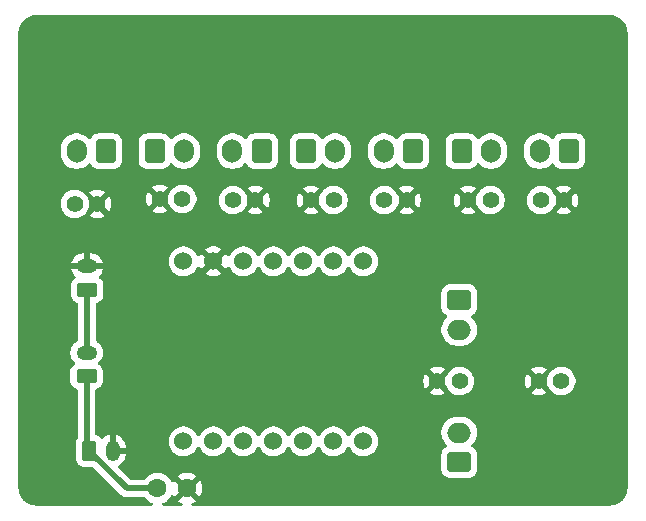
<source format=gbr>
%TF.GenerationSoftware,KiCad,Pcbnew,9.0.2*%
%TF.CreationDate,2025-08-28T12:15:59+10:00*%
%TF.ProjectId,fsr_left,6673725f-6c65-4667-942e-6b696361645f,rev?*%
%TF.SameCoordinates,Original*%
%TF.FileFunction,Copper,L2,Bot*%
%TF.FilePolarity,Positive*%
%FSLAX46Y46*%
G04 Gerber Fmt 4.6, Leading zero omitted, Abs format (unit mm)*
G04 Created by KiCad (PCBNEW 9.0.2) date 2025-08-28 12:15:59*
%MOMM*%
%LPD*%
G01*
G04 APERTURE LIST*
G04 Aperture macros list*
%AMRoundRect*
0 Rectangle with rounded corners*
0 $1 Rounding radius*
0 $2 $3 $4 $5 $6 $7 $8 $9 X,Y pos of 4 corners*
0 Add a 4 corners polygon primitive as box body*
4,1,4,$2,$3,$4,$5,$6,$7,$8,$9,$2,$3,0*
0 Add four circle primitives for the rounded corners*
1,1,$1+$1,$2,$3*
1,1,$1+$1,$4,$5*
1,1,$1+$1,$6,$7*
1,1,$1+$1,$8,$9*
0 Add four rect primitives between the rounded corners*
20,1,$1+$1,$2,$3,$4,$5,0*
20,1,$1+$1,$4,$5,$6,$7,0*
20,1,$1+$1,$6,$7,$8,$9,0*
20,1,$1+$1,$8,$9,$2,$3,0*%
G04 Aperture macros list end*
%TA.AperFunction,ComponentPad*%
%ADD10RoundRect,0.250000X0.600000X0.750000X-0.600000X0.750000X-0.600000X-0.750000X0.600000X-0.750000X0*%
%TD*%
%TA.AperFunction,ComponentPad*%
%ADD11O,1.700000X2.000000*%
%TD*%
%TA.AperFunction,ComponentPad*%
%ADD12C,1.400000*%
%TD*%
%TA.AperFunction,ComponentPad*%
%ADD13C,1.524000*%
%TD*%
%TA.AperFunction,ComponentPad*%
%ADD14RoundRect,0.250000X0.625000X-0.350000X0.625000X0.350000X-0.625000X0.350000X-0.625000X-0.350000X0*%
%TD*%
%TA.AperFunction,ComponentPad*%
%ADD15O,1.750000X1.200000*%
%TD*%
%TA.AperFunction,ComponentPad*%
%ADD16RoundRect,0.250000X-0.350000X-0.625000X0.350000X-0.625000X0.350000X0.625000X-0.350000X0.625000X0*%
%TD*%
%TA.AperFunction,ComponentPad*%
%ADD17O,1.200000X1.750000*%
%TD*%
%TA.AperFunction,ComponentPad*%
%ADD18RoundRect,0.250000X0.750000X-0.600000X0.750000X0.600000X-0.750000X0.600000X-0.750000X-0.600000X0*%
%TD*%
%TA.AperFunction,ComponentPad*%
%ADD19O,2.000000X1.700000*%
%TD*%
%TA.AperFunction,ComponentPad*%
%ADD20C,1.600000*%
%TD*%
%TA.AperFunction,ComponentPad*%
%ADD21RoundRect,0.250000X-0.600000X-0.750000X0.600000X-0.750000X0.600000X0.750000X-0.600000X0.750000X0*%
%TD*%
%TA.AperFunction,ComponentPad*%
%ADD22RoundRect,0.250000X-0.750000X0.600000X-0.750000X-0.600000X0.750000X-0.600000X0.750000X0.600000X0*%
%TD*%
%TA.AperFunction,Conductor*%
%ADD23C,0.500000*%
%TD*%
G04 APERTURE END LIST*
D10*
%TO.P,JMid1,1,Pin_1*%
%TO.N,+3.3V*%
X170850000Y-73145000D03*
D11*
%TO.P,JMid1,2,Pin_2*%
%TO.N,/Mid1*%
X168350000Y-73145000D03*
%TD*%
D10*
%TO.P,JRin1,1,Pin_1*%
%TO.N,+3.3V*%
X158050000Y-73145000D03*
D11*
%TO.P,JRin1,2,Pin_2*%
%TO.N,/Rin1*%
X155550000Y-73145000D03*
%TD*%
D12*
%TO.P,RMid2,1*%
%TO.N,/Mid2*%
X164105000Y-77300000D03*
%TO.P,RMid2,2*%
%TO.N,GND*%
X162205000Y-77300000D03*
%TD*%
D13*
%TO.P,U1,1,PA02_A0_D0*%
%TO.N,/Mid2*%
X151398500Y-97720000D03*
%TO.P,U1,2,PA4_A1_D1*%
%TO.N,/Mid1*%
X153938500Y-97720000D03*
%TO.P,U1,3,PA10_A2_D2*%
%TO.N,/In2*%
X156478500Y-97720000D03*
%TO.P,U1,4,PA11_A3_D3*%
%TO.N,/In1*%
X159018500Y-97720000D03*
%TO.P,U1,5,PA8_A4_D4_SDA*%
%TO.N,/Th2*%
X161558500Y-97720000D03*
%TO.P,U1,6,PA9_A5_D5_SCL*%
%TO.N,/Th1*%
X164098500Y-97720000D03*
%TO.P,U1,7,PB08_A6_TX*%
%TO.N,unconnected-(U1-PB08_A6_TX-Pad7)*%
X166638500Y-97720000D03*
%TO.P,U1,8,PB09_D7_RX*%
%TO.N,unconnected-(U1-PB09_D7_RX-Pad8)_1*%
X166638500Y-82480000D03*
%TO.P,U1,9,PA7_A8_D8_SCK*%
%TO.N,/Rin1*%
X164098500Y-82480000D03*
%TO.P,U1,10,PA5_A9_D9_MISO*%
%TO.N,/Rin2*%
X161558500Y-82480000D03*
%TO.P,U1,11,PA6_A10_D10_MOSI*%
%TO.N,/Pin*%
X159018500Y-82480000D03*
%TO.P,U1,12,3V3*%
%TO.N,+3.3V*%
X156478500Y-82480000D03*
%TO.P,U1,13,GND*%
%TO.N,GND*%
X153938500Y-82480000D03*
%TO.P,U1,14,5V*%
%TO.N,unconnected-(U1-5V-Pad14)_1*%
X151398500Y-82480000D03*
%TD*%
D12*
%TO.P,RRin2,1*%
%TO.N,/Rin2*%
X151305000Y-77200000D03*
%TO.P,RRin2,2*%
%TO.N,GND*%
X149405000Y-77200000D03*
%TD*%
D14*
%TO.P,SW2,1,A*%
%TO.N,Net-(SW2A-A)*%
X143200000Y-92200000D03*
D15*
%TO.P,SW2,2,B*%
%TO.N,Net-(SW2A-B)*%
X143200000Y-90200000D03*
%TD*%
D12*
%TO.P,RMid1,1*%
%TO.N,/Mid1*%
X168395000Y-77300000D03*
%TO.P,RMid1,2*%
%TO.N,GND*%
X170295000Y-77300000D03*
%TD*%
D16*
%TO.P,bat2,1,3.7V*%
%TO.N,Net-(SW2A-A)*%
X143400000Y-98500000D03*
D17*
%TO.P,bat2,2,G*%
%TO.N,GND*%
X145400000Y-98500000D03*
%TD*%
D18*
%TO.P,JTh1,1,Pin_1*%
%TO.N,+3.3V*%
X174745000Y-99470000D03*
D19*
%TO.P,JTh1,2,Pin_2*%
%TO.N,/Th1*%
X174745000Y-96970000D03*
%TD*%
D20*
%TO.P,C2,1*%
%TO.N,Net-(SW2A-A)*%
X149200000Y-101700000D03*
%TO.P,C2,2*%
%TO.N,GND*%
X151700000Y-101700000D03*
%TD*%
D14*
%TO.P,bat4,1,3.7V*%
%TO.N,Net-(SW2A-B)*%
X143250000Y-84900000D03*
D15*
%TO.P,bat4,2,G*%
%TO.N,GND*%
X143250000Y-82900000D03*
%TD*%
D12*
%TO.P,RRin1,1*%
%TO.N,/Rin1*%
X155595000Y-77300000D03*
%TO.P,RRin1,2*%
%TO.N,GND*%
X157495000Y-77300000D03*
%TD*%
%TO.P,RPin1,1*%
%TO.N,/Pin*%
X142195000Y-77600000D03*
%TO.P,RPin1,2*%
%TO.N,GND*%
X144095000Y-77600000D03*
%TD*%
D10*
%TO.P,JIn1,1,Pin_1*%
%TO.N,+3.3V*%
X184050000Y-73145000D03*
D11*
%TO.P,JIn1,2,Pin_2*%
%TO.N,/In1*%
X181550000Y-73145000D03*
%TD*%
D12*
%TO.P,RTh1,1*%
%TO.N,/Th1*%
X174795000Y-92620000D03*
%TO.P,RTh1,2*%
%TO.N,GND*%
X172895000Y-92620000D03*
%TD*%
%TO.P,RTh2,1*%
%TO.N,/Th2*%
X183395000Y-92620000D03*
%TO.P,RTh2,2*%
%TO.N,GND*%
X181495000Y-92620000D03*
%TD*%
%TO.P,RIn2,1*%
%TO.N,/In2*%
X177400000Y-77300000D03*
%TO.P,RIn2,2*%
%TO.N,GND*%
X175500000Y-77300000D03*
%TD*%
%TO.P,RIn1,1*%
%TO.N,/In1*%
X181695000Y-77300000D03*
%TO.P,RIn1,2*%
%TO.N,GND*%
X183595000Y-77300000D03*
%TD*%
D10*
%TO.P,JPin1,1,Pin_1*%
%TO.N,+3.3V*%
X144850000Y-73145000D03*
D11*
%TO.P,JPin1,2,Pin_2*%
%TO.N,/Pin*%
X142350000Y-73145000D03*
%TD*%
D21*
%TO.P,JIn2,1,Pin_1*%
%TO.N,+3.3V*%
X174950000Y-73145000D03*
D11*
%TO.P,JIn2,2,Pin_2*%
%TO.N,/In2*%
X177450000Y-73145000D03*
%TD*%
D21*
%TO.P,JMid2,1,Pin_1*%
%TO.N,+3.3V*%
X161750000Y-73145000D03*
D11*
%TO.P,JMid2,2,Pin_2*%
%TO.N,/Mid2*%
X164250000Y-73145000D03*
%TD*%
D21*
%TO.P,JRin2,1,Pin_1*%
%TO.N,+3.3V*%
X148950000Y-73145000D03*
D11*
%TO.P,JRin2,2,Pin_2*%
%TO.N,/Rin2*%
X151450000Y-73145000D03*
%TD*%
D22*
%TO.P,JTh2,1,Pin_1*%
%TO.N,+3.3V*%
X174745000Y-85770000D03*
D19*
%TO.P,JTh2,2,Pin_2*%
%TO.N,/Th2*%
X174745000Y-88270000D03*
%TD*%
D23*
%TO.N,Net-(SW2A-A)*%
X143400000Y-98500000D02*
X146600000Y-101700000D01*
X146600000Y-101700000D02*
X149200000Y-101700000D01*
X143200000Y-92200000D02*
X143200000Y-98300000D01*
X143200000Y-98300000D02*
X143400000Y-98500000D01*
%TO.N,Net-(SW2A-B)*%
X143250000Y-90150000D02*
X143200000Y-90200000D01*
X143250000Y-84900000D02*
X143250000Y-90150000D01*
%TD*%
%TA.AperFunction,Conductor*%
%TO.N,GND*%
G36*
X187514418Y-61630816D02*
G01*
X187714561Y-61645130D01*
X187732063Y-61647647D01*
X187923797Y-61689355D01*
X187940755Y-61694334D01*
X188124609Y-61762909D01*
X188140701Y-61770259D01*
X188312904Y-61864288D01*
X188327784Y-61873849D01*
X188484867Y-61991441D01*
X188498237Y-62003027D01*
X188636972Y-62141762D01*
X188648558Y-62155132D01*
X188766146Y-62312210D01*
X188775711Y-62327095D01*
X188869740Y-62499298D01*
X188877090Y-62515390D01*
X188945662Y-62699236D01*
X188950646Y-62716212D01*
X188992351Y-62907931D01*
X188994869Y-62925442D01*
X189009184Y-63125580D01*
X189009500Y-63134427D01*
X189009500Y-101655572D01*
X189009184Y-101664419D01*
X188994869Y-101864557D01*
X188992351Y-101882068D01*
X188950646Y-102073787D01*
X188945662Y-102090763D01*
X188877090Y-102274609D01*
X188869740Y-102290701D01*
X188775711Y-102462904D01*
X188766146Y-102477789D01*
X188648558Y-102634867D01*
X188636972Y-102648237D01*
X188498237Y-102786972D01*
X188484867Y-102798558D01*
X188327789Y-102916146D01*
X188312904Y-102925711D01*
X188140701Y-103019740D01*
X188124609Y-103027090D01*
X187940763Y-103095662D01*
X187923787Y-103100646D01*
X187732068Y-103142351D01*
X187714557Y-103144869D01*
X187533779Y-103157799D01*
X187514417Y-103159184D01*
X187505572Y-103159500D01*
X152197914Y-103159500D01*
X152130875Y-103139815D01*
X152085120Y-103087011D01*
X152075176Y-103017853D01*
X152104201Y-102954297D01*
X152159595Y-102917569D01*
X152199031Y-102904755D01*
X152381349Y-102811859D01*
X152425921Y-102779474D01*
X151746447Y-102100000D01*
X151752661Y-102100000D01*
X151854394Y-102072741D01*
X151945606Y-102020080D01*
X152020080Y-101945606D01*
X152072741Y-101854394D01*
X152100000Y-101752661D01*
X152100000Y-101746447D01*
X152779474Y-102425921D01*
X152811859Y-102381349D01*
X152904755Y-102199031D01*
X152967990Y-102004417D01*
X153000000Y-101802317D01*
X153000000Y-101597682D01*
X152967990Y-101395582D01*
X152904755Y-101200968D01*
X152811859Y-101018650D01*
X152779474Y-100974077D01*
X152779474Y-100974076D01*
X152100000Y-101653551D01*
X152100000Y-101647339D01*
X152072741Y-101545606D01*
X152020080Y-101454394D01*
X151945606Y-101379920D01*
X151854394Y-101327259D01*
X151752661Y-101300000D01*
X151746446Y-101300000D01*
X152425922Y-100620524D01*
X152425921Y-100620523D01*
X152381359Y-100588147D01*
X152381350Y-100588141D01*
X152199031Y-100495244D01*
X152004417Y-100432009D01*
X151802317Y-100400000D01*
X151597683Y-100400000D01*
X151395582Y-100432009D01*
X151200968Y-100495244D01*
X151018644Y-100588143D01*
X150974077Y-100620523D01*
X150974077Y-100620524D01*
X151653554Y-101300000D01*
X151647339Y-101300000D01*
X151545606Y-101327259D01*
X151454394Y-101379920D01*
X151379920Y-101454394D01*
X151327259Y-101545606D01*
X151300000Y-101647339D01*
X151300000Y-101653553D01*
X150620524Y-100974077D01*
X150620523Y-100974077D01*
X150588143Y-101018644D01*
X150560765Y-101072378D01*
X150512790Y-101123174D01*
X150444969Y-101139969D01*
X150378834Y-101117431D01*
X150339795Y-101072378D01*
X150312284Y-101018385D01*
X150191971Y-100852786D01*
X150047213Y-100708028D01*
X149881613Y-100587715D01*
X149881612Y-100587714D01*
X149881610Y-100587713D01*
X149824653Y-100558691D01*
X149699223Y-100494781D01*
X149504534Y-100431522D01*
X149329995Y-100403878D01*
X149302352Y-100399500D01*
X149097648Y-100399500D01*
X149073329Y-100403351D01*
X148895465Y-100431522D01*
X148700776Y-100494781D01*
X148518386Y-100587715D01*
X148352786Y-100708028D01*
X148208032Y-100852782D01*
X148208028Y-100852787D01*
X148174900Y-100898385D01*
X148119571Y-100941051D01*
X148074582Y-100949500D01*
X146962229Y-100949500D01*
X146895190Y-100929815D01*
X146874548Y-100913181D01*
X145898898Y-99937531D01*
X145865413Y-99876208D01*
X145870397Y-99806516D01*
X145912269Y-99750583D01*
X145930284Y-99739365D01*
X145976524Y-99715804D01*
X146116602Y-99614032D01*
X146239032Y-99491602D01*
X146340804Y-99351524D01*
X146419408Y-99197257D01*
X146472914Y-99032584D01*
X146500000Y-98861571D01*
X146500000Y-98750000D01*
X145680330Y-98750000D01*
X145700075Y-98730255D01*
X145749444Y-98644745D01*
X145775000Y-98549370D01*
X145775000Y-98450630D01*
X145749444Y-98355255D01*
X145700075Y-98269745D01*
X145680330Y-98250000D01*
X146500000Y-98250000D01*
X146500000Y-98138428D01*
X146472914Y-97967415D01*
X146419408Y-97802742D01*
X146352822Y-97672062D01*
X146340804Y-97648475D01*
X146320580Y-97620639D01*
X150136000Y-97620639D01*
X150136000Y-97819361D01*
X150136892Y-97824991D01*
X150167087Y-98015637D01*
X150228493Y-98204629D01*
X150228494Y-98204632D01*
X150315812Y-98376000D01*
X150318713Y-98381694D01*
X150435519Y-98542464D01*
X150576036Y-98682981D01*
X150736806Y-98799787D01*
X150823649Y-98844035D01*
X150913867Y-98890005D01*
X150913870Y-98890006D01*
X151008366Y-98920709D01*
X151102864Y-98951413D01*
X151299139Y-98982500D01*
X151299140Y-98982500D01*
X151497860Y-98982500D01*
X151497861Y-98982500D01*
X151694136Y-98951413D01*
X151883132Y-98890005D01*
X152060194Y-98799787D01*
X152220964Y-98682981D01*
X152361481Y-98542464D01*
X152478287Y-98381694D01*
X152558015Y-98225218D01*
X152605990Y-98174423D01*
X152673811Y-98157628D01*
X152739946Y-98180165D01*
X152778984Y-98225218D01*
X152858713Y-98381694D01*
X152975519Y-98542464D01*
X153116036Y-98682981D01*
X153276806Y-98799787D01*
X153363649Y-98844035D01*
X153453867Y-98890005D01*
X153453870Y-98890006D01*
X153548366Y-98920709D01*
X153642864Y-98951413D01*
X153839139Y-98982500D01*
X153839140Y-98982500D01*
X154037860Y-98982500D01*
X154037861Y-98982500D01*
X154234136Y-98951413D01*
X154423132Y-98890005D01*
X154600194Y-98799787D01*
X154760964Y-98682981D01*
X154901481Y-98542464D01*
X155018287Y-98381694D01*
X155098015Y-98225218D01*
X155145990Y-98174423D01*
X155213811Y-98157628D01*
X155279946Y-98180165D01*
X155318984Y-98225218D01*
X155398713Y-98381694D01*
X155515519Y-98542464D01*
X155656036Y-98682981D01*
X155816806Y-98799787D01*
X155903649Y-98844035D01*
X155993867Y-98890005D01*
X155993870Y-98890006D01*
X156088366Y-98920709D01*
X156182864Y-98951413D01*
X156379139Y-98982500D01*
X156379140Y-98982500D01*
X156577860Y-98982500D01*
X156577861Y-98982500D01*
X156774136Y-98951413D01*
X156963132Y-98890005D01*
X157140194Y-98799787D01*
X157300964Y-98682981D01*
X157441481Y-98542464D01*
X157558287Y-98381694D01*
X157638015Y-98225218D01*
X157685990Y-98174423D01*
X157753811Y-98157628D01*
X157819946Y-98180165D01*
X157858984Y-98225218D01*
X157938713Y-98381694D01*
X158055519Y-98542464D01*
X158196036Y-98682981D01*
X158356806Y-98799787D01*
X158443649Y-98844035D01*
X158533867Y-98890005D01*
X158533870Y-98890006D01*
X158628366Y-98920709D01*
X158722864Y-98951413D01*
X158919139Y-98982500D01*
X158919140Y-98982500D01*
X159117860Y-98982500D01*
X159117861Y-98982500D01*
X159314136Y-98951413D01*
X159503132Y-98890005D01*
X159680194Y-98799787D01*
X159840964Y-98682981D01*
X159981481Y-98542464D01*
X160098287Y-98381694D01*
X160178015Y-98225218D01*
X160225990Y-98174423D01*
X160293811Y-98157628D01*
X160359946Y-98180165D01*
X160398984Y-98225218D01*
X160478713Y-98381694D01*
X160595519Y-98542464D01*
X160736036Y-98682981D01*
X160896806Y-98799787D01*
X160983649Y-98844035D01*
X161073867Y-98890005D01*
X161073870Y-98890006D01*
X161168366Y-98920709D01*
X161262864Y-98951413D01*
X161459139Y-98982500D01*
X161459140Y-98982500D01*
X161657860Y-98982500D01*
X161657861Y-98982500D01*
X161854136Y-98951413D01*
X162043132Y-98890005D01*
X162220194Y-98799787D01*
X162380964Y-98682981D01*
X162521481Y-98542464D01*
X162638287Y-98381694D01*
X162718015Y-98225218D01*
X162765990Y-98174423D01*
X162833811Y-98157628D01*
X162899946Y-98180165D01*
X162938984Y-98225218D01*
X163018713Y-98381694D01*
X163135519Y-98542464D01*
X163276036Y-98682981D01*
X163436806Y-98799787D01*
X163523649Y-98844035D01*
X163613867Y-98890005D01*
X163613870Y-98890006D01*
X163708366Y-98920709D01*
X163802864Y-98951413D01*
X163999139Y-98982500D01*
X163999140Y-98982500D01*
X164197860Y-98982500D01*
X164197861Y-98982500D01*
X164394136Y-98951413D01*
X164583132Y-98890005D01*
X164760194Y-98799787D01*
X164920964Y-98682981D01*
X165061481Y-98542464D01*
X165178287Y-98381694D01*
X165258015Y-98225218D01*
X165305990Y-98174423D01*
X165373811Y-98157628D01*
X165439946Y-98180165D01*
X165478984Y-98225218D01*
X165558713Y-98381694D01*
X165675519Y-98542464D01*
X165816036Y-98682981D01*
X165976806Y-98799787D01*
X166063649Y-98844035D01*
X166153867Y-98890005D01*
X166153870Y-98890006D01*
X166248366Y-98920709D01*
X166342864Y-98951413D01*
X166539139Y-98982500D01*
X166539140Y-98982500D01*
X166737860Y-98982500D01*
X166737861Y-98982500D01*
X166934136Y-98951413D01*
X167123132Y-98890005D01*
X167300194Y-98799787D01*
X167460964Y-98682981D01*
X167601481Y-98542464D01*
X167718287Y-98381694D01*
X167808505Y-98204632D01*
X167869913Y-98015636D01*
X167901000Y-97819361D01*
X167901000Y-97620639D01*
X167869913Y-97424364D01*
X167823777Y-97282371D01*
X167808506Y-97235370D01*
X167808505Y-97235367D01*
X167759504Y-97139199D01*
X167718287Y-97058306D01*
X167601481Y-96897536D01*
X167567658Y-96863713D01*
X173244500Y-96863713D01*
X173244500Y-97076286D01*
X173277429Y-97284195D01*
X173277754Y-97286243D01*
X173322632Y-97424364D01*
X173343444Y-97488414D01*
X173439951Y-97677820D01*
X173564890Y-97849786D01*
X173703705Y-97988601D01*
X173737190Y-98049924D01*
X173732206Y-98119616D01*
X173690334Y-98175549D01*
X173681121Y-98181821D01*
X173526342Y-98277289D01*
X173402289Y-98401342D01*
X173310187Y-98550663D01*
X173310186Y-98550666D01*
X173255001Y-98717203D01*
X173255001Y-98717204D01*
X173255000Y-98717204D01*
X173244500Y-98819983D01*
X173244500Y-100120001D01*
X173244501Y-100120018D01*
X173255000Y-100222796D01*
X173255001Y-100222799D01*
X173310185Y-100389331D01*
X173310186Y-100389334D01*
X173402288Y-100538656D01*
X173526344Y-100662712D01*
X173675666Y-100754814D01*
X173842203Y-100809999D01*
X173944991Y-100820500D01*
X175545008Y-100820499D01*
X175647797Y-100809999D01*
X175814334Y-100754814D01*
X175963656Y-100662712D01*
X176087712Y-100538656D01*
X176179814Y-100389334D01*
X176234999Y-100222797D01*
X176245500Y-100120009D01*
X176245499Y-98819992D01*
X176243464Y-98800075D01*
X176234999Y-98717203D01*
X176234998Y-98717200D01*
X176221846Y-98677511D01*
X176179814Y-98550666D01*
X176087712Y-98401344D01*
X175963656Y-98277288D01*
X175814334Y-98185186D01*
X175814333Y-98185185D01*
X175808878Y-98181821D01*
X175762154Y-98129873D01*
X175750931Y-98060910D01*
X175778775Y-97996828D01*
X175786272Y-97988623D01*
X175925104Y-97849792D01*
X176050051Y-97677816D01*
X176146557Y-97488412D01*
X176212246Y-97286243D01*
X176245500Y-97076287D01*
X176245500Y-96863713D01*
X176212246Y-96653757D01*
X176146557Y-96451588D01*
X176050051Y-96262184D01*
X176050049Y-96262181D01*
X176050048Y-96262179D01*
X175925109Y-96090213D01*
X175774786Y-95939890D01*
X175602820Y-95814951D01*
X175413414Y-95718444D01*
X175413413Y-95718443D01*
X175413412Y-95718443D01*
X175211243Y-95652754D01*
X175211241Y-95652753D01*
X175211240Y-95652753D01*
X175049957Y-95627208D01*
X175001287Y-95619500D01*
X174488713Y-95619500D01*
X174440042Y-95627208D01*
X174278760Y-95652753D01*
X174076585Y-95718444D01*
X173887179Y-95814951D01*
X173715213Y-95939890D01*
X173564890Y-96090213D01*
X173439951Y-96262179D01*
X173343444Y-96451585D01*
X173277753Y-96653760D01*
X173244500Y-96863713D01*
X167567658Y-96863713D01*
X167460964Y-96757019D01*
X167300194Y-96640213D01*
X167123132Y-96549994D01*
X167123129Y-96549993D01*
X166934137Y-96488587D01*
X166835998Y-96473043D01*
X166737861Y-96457500D01*
X166539139Y-96457500D01*
X166473714Y-96467862D01*
X166342862Y-96488587D01*
X166153870Y-96549993D01*
X166153867Y-96549994D01*
X165976805Y-96640213D01*
X165816033Y-96757021D01*
X165675521Y-96897533D01*
X165558713Y-97058305D01*
X165478985Y-97214780D01*
X165431010Y-97265576D01*
X165363189Y-97282371D01*
X165297054Y-97259833D01*
X165258015Y-97214780D01*
X165219504Y-97139199D01*
X165178287Y-97058306D01*
X165061481Y-96897536D01*
X164920964Y-96757019D01*
X164760194Y-96640213D01*
X164583132Y-96549994D01*
X164583129Y-96549993D01*
X164394137Y-96488587D01*
X164295998Y-96473043D01*
X164197861Y-96457500D01*
X163999139Y-96457500D01*
X163933714Y-96467862D01*
X163802862Y-96488587D01*
X163613870Y-96549993D01*
X163613867Y-96549994D01*
X163436805Y-96640213D01*
X163276033Y-96757021D01*
X163135521Y-96897533D01*
X163018713Y-97058305D01*
X162938985Y-97214780D01*
X162891010Y-97265576D01*
X162823189Y-97282371D01*
X162757054Y-97259833D01*
X162718015Y-97214780D01*
X162679504Y-97139199D01*
X162638287Y-97058306D01*
X162521481Y-96897536D01*
X162380964Y-96757019D01*
X162220194Y-96640213D01*
X162043132Y-96549994D01*
X162043129Y-96549993D01*
X161854137Y-96488587D01*
X161755998Y-96473043D01*
X161657861Y-96457500D01*
X161459139Y-96457500D01*
X161393714Y-96467862D01*
X161262862Y-96488587D01*
X161073870Y-96549993D01*
X161073867Y-96549994D01*
X160896805Y-96640213D01*
X160736033Y-96757021D01*
X160595521Y-96897533D01*
X160478713Y-97058305D01*
X160398985Y-97214780D01*
X160351010Y-97265576D01*
X160283189Y-97282371D01*
X160217054Y-97259833D01*
X160178015Y-97214780D01*
X160139504Y-97139199D01*
X160098287Y-97058306D01*
X159981481Y-96897536D01*
X159840964Y-96757019D01*
X159680194Y-96640213D01*
X159503132Y-96549994D01*
X159503129Y-96549993D01*
X159314137Y-96488587D01*
X159215998Y-96473043D01*
X159117861Y-96457500D01*
X158919139Y-96457500D01*
X158853714Y-96467862D01*
X158722862Y-96488587D01*
X158533870Y-96549993D01*
X158533867Y-96549994D01*
X158356805Y-96640213D01*
X158196033Y-96757021D01*
X158055521Y-96897533D01*
X157938713Y-97058305D01*
X157858985Y-97214780D01*
X157811010Y-97265576D01*
X157743189Y-97282371D01*
X157677054Y-97259833D01*
X157638015Y-97214780D01*
X157599504Y-97139199D01*
X157558287Y-97058306D01*
X157441481Y-96897536D01*
X157300964Y-96757019D01*
X157140194Y-96640213D01*
X156963132Y-96549994D01*
X156963129Y-96549993D01*
X156774137Y-96488587D01*
X156675998Y-96473043D01*
X156577861Y-96457500D01*
X156379139Y-96457500D01*
X156313714Y-96467862D01*
X156182862Y-96488587D01*
X155993870Y-96549993D01*
X155993867Y-96549994D01*
X155816805Y-96640213D01*
X155656033Y-96757021D01*
X155515521Y-96897533D01*
X155398713Y-97058305D01*
X155318985Y-97214780D01*
X155271010Y-97265576D01*
X155203189Y-97282371D01*
X155137054Y-97259833D01*
X155098015Y-97214780D01*
X155059504Y-97139199D01*
X155018287Y-97058306D01*
X154901481Y-96897536D01*
X154760964Y-96757019D01*
X154600194Y-96640213D01*
X154423132Y-96549994D01*
X154423129Y-96549993D01*
X154234137Y-96488587D01*
X154135998Y-96473043D01*
X154037861Y-96457500D01*
X153839139Y-96457500D01*
X153773714Y-96467862D01*
X153642862Y-96488587D01*
X153453870Y-96549993D01*
X153453867Y-96549994D01*
X153276805Y-96640213D01*
X153116033Y-96757021D01*
X152975521Y-96897533D01*
X152858713Y-97058305D01*
X152778985Y-97214780D01*
X152731010Y-97265576D01*
X152663189Y-97282371D01*
X152597054Y-97259833D01*
X152558015Y-97214780D01*
X152519504Y-97139199D01*
X152478287Y-97058306D01*
X152361481Y-96897536D01*
X152220964Y-96757019D01*
X152060194Y-96640213D01*
X151883132Y-96549994D01*
X151883129Y-96549993D01*
X151694137Y-96488587D01*
X151595998Y-96473043D01*
X151497861Y-96457500D01*
X151299139Y-96457500D01*
X151233714Y-96467862D01*
X151102862Y-96488587D01*
X150913870Y-96549993D01*
X150913867Y-96549994D01*
X150736805Y-96640213D01*
X150576033Y-96757021D01*
X150435521Y-96897533D01*
X150318713Y-97058305D01*
X150228494Y-97235367D01*
X150228493Y-97235370D01*
X150167087Y-97424362D01*
X150158244Y-97480194D01*
X150136000Y-97620639D01*
X146320580Y-97620639D01*
X146239032Y-97508397D01*
X146116602Y-97385967D01*
X145976524Y-97284195D01*
X145822257Y-97205591D01*
X145657589Y-97152087D01*
X145657581Y-97152085D01*
X145650000Y-97150884D01*
X145650000Y-98219670D01*
X145630255Y-98199925D01*
X145544745Y-98150556D01*
X145449370Y-98125000D01*
X145350630Y-98125000D01*
X145255255Y-98150556D01*
X145169745Y-98199925D01*
X145150000Y-98219670D01*
X145150000Y-97150884D01*
X145149999Y-97150884D01*
X145142418Y-97152085D01*
X145142410Y-97152087D01*
X144977742Y-97205591D01*
X144823475Y-97284195D01*
X144683401Y-97385964D01*
X144575799Y-97493566D01*
X144514476Y-97527050D01*
X144444784Y-97522066D01*
X144388851Y-97480194D01*
X144382585Y-97470988D01*
X144342712Y-97406344D01*
X144218656Y-97282288D01*
X144125888Y-97225069D01*
X144069336Y-97190187D01*
X144069335Y-97190186D01*
X144069334Y-97190186D01*
X144069328Y-97190184D01*
X144035494Y-97178972D01*
X143978050Y-97139199D01*
X143951228Y-97074683D01*
X143950500Y-97061267D01*
X143950500Y-93627882D01*
X172240669Y-93627882D01*
X172240670Y-93627883D01*
X172266059Y-93646329D01*
X172434362Y-93732085D01*
X172613997Y-93790451D01*
X172800553Y-93820000D01*
X172989447Y-93820000D01*
X173176002Y-93790451D01*
X173355637Y-93732085D01*
X173523937Y-93646331D01*
X173549328Y-93627883D01*
X173549328Y-93627882D01*
X172895001Y-92973554D01*
X172895000Y-92973554D01*
X172240669Y-93627882D01*
X143950500Y-93627882D01*
X143950500Y-93388585D01*
X143970185Y-93321546D01*
X144022989Y-93275791D01*
X144035489Y-93270881D01*
X144144334Y-93234814D01*
X144293656Y-93142712D01*
X144417712Y-93018656D01*
X144509814Y-92869334D01*
X144564999Y-92702797D01*
X144575500Y-92600009D01*
X144575500Y-92525552D01*
X171695000Y-92525552D01*
X171695000Y-92714447D01*
X171724548Y-92901002D01*
X171782914Y-93080637D01*
X171868666Y-93248933D01*
X171887116Y-93274328D01*
X172541446Y-92620000D01*
X172541446Y-92619999D01*
X172495369Y-92573922D01*
X172545000Y-92573922D01*
X172545000Y-92666078D01*
X172568852Y-92755095D01*
X172614930Y-92834905D01*
X172680095Y-92900070D01*
X172759905Y-92946148D01*
X172848922Y-92970000D01*
X172941078Y-92970000D01*
X173030095Y-92946148D01*
X173109905Y-92900070D01*
X173175070Y-92834905D01*
X173221148Y-92755095D01*
X173245000Y-92666078D01*
X173245000Y-92619999D01*
X173248554Y-92619999D01*
X173248554Y-92620000D01*
X173648439Y-93019885D01*
X173678688Y-93069246D01*
X173682453Y-93080832D01*
X173711778Y-93138387D01*
X173768238Y-93249197D01*
X173786497Y-93274328D01*
X173879310Y-93402073D01*
X174012927Y-93535690D01*
X174165801Y-93646760D01*
X174245347Y-93687290D01*
X174334163Y-93732545D01*
X174334165Y-93732545D01*
X174334168Y-93732547D01*
X174430497Y-93763846D01*
X174513881Y-93790940D01*
X174700514Y-93820500D01*
X174700519Y-93820500D01*
X174889486Y-93820500D01*
X175076118Y-93790940D01*
X175077623Y-93790451D01*
X175255832Y-93732547D01*
X175424199Y-93646760D01*
X175450182Y-93627882D01*
X180840669Y-93627882D01*
X180840670Y-93627883D01*
X180866059Y-93646329D01*
X181034362Y-93732085D01*
X181213997Y-93790451D01*
X181400553Y-93820000D01*
X181589447Y-93820000D01*
X181776002Y-93790451D01*
X181955637Y-93732085D01*
X182123937Y-93646331D01*
X182149328Y-93627883D01*
X182149328Y-93627882D01*
X181495001Y-92973554D01*
X181495000Y-92973554D01*
X180840669Y-93627882D01*
X175450182Y-93627882D01*
X175577073Y-93535690D01*
X175710690Y-93402073D01*
X175821760Y-93249199D01*
X175907547Y-93080832D01*
X175965940Y-92901118D01*
X175970974Y-92869334D01*
X175995500Y-92714486D01*
X175995500Y-92525552D01*
X180295000Y-92525552D01*
X180295000Y-92714447D01*
X180324548Y-92901002D01*
X180382914Y-93080637D01*
X180468666Y-93248933D01*
X180487116Y-93274328D01*
X181141446Y-92620000D01*
X181141446Y-92619999D01*
X181095369Y-92573922D01*
X181145000Y-92573922D01*
X181145000Y-92666078D01*
X181168852Y-92755095D01*
X181214930Y-92834905D01*
X181280095Y-92900070D01*
X181359905Y-92946148D01*
X181448922Y-92970000D01*
X181541078Y-92970000D01*
X181630095Y-92946148D01*
X181709905Y-92900070D01*
X181775070Y-92834905D01*
X181821148Y-92755095D01*
X181845000Y-92666078D01*
X181845000Y-92619999D01*
X181848554Y-92619999D01*
X181848554Y-92620000D01*
X182248439Y-93019885D01*
X182278688Y-93069246D01*
X182282453Y-93080832D01*
X182311778Y-93138387D01*
X182368238Y-93249197D01*
X182386497Y-93274328D01*
X182479310Y-93402073D01*
X182612927Y-93535690D01*
X182765801Y-93646760D01*
X182845347Y-93687290D01*
X182934163Y-93732545D01*
X182934165Y-93732545D01*
X182934168Y-93732547D01*
X183030497Y-93763846D01*
X183113881Y-93790940D01*
X183300514Y-93820500D01*
X183300519Y-93820500D01*
X183489486Y-93820500D01*
X183676118Y-93790940D01*
X183677623Y-93790451D01*
X183855832Y-93732547D01*
X184024199Y-93646760D01*
X184177073Y-93535690D01*
X184310690Y-93402073D01*
X184421760Y-93249199D01*
X184507547Y-93080832D01*
X184565940Y-92901118D01*
X184570974Y-92869334D01*
X184595500Y-92714486D01*
X184595500Y-92525513D01*
X184565940Y-92338881D01*
X184507545Y-92159163D01*
X184462290Y-92070347D01*
X184421760Y-91990801D01*
X184310690Y-91837927D01*
X184177073Y-91704310D01*
X184024199Y-91593240D01*
X183855836Y-91507454D01*
X183676118Y-91449059D01*
X183489486Y-91419500D01*
X183489481Y-91419500D01*
X183300519Y-91419500D01*
X183300514Y-91419500D01*
X183113881Y-91449059D01*
X182934163Y-91507454D01*
X182765800Y-91593240D01*
X182678579Y-91656610D01*
X182612927Y-91704310D01*
X182612925Y-91704312D01*
X182612924Y-91704312D01*
X182479312Y-91837924D01*
X182479312Y-91837925D01*
X182479310Y-91837927D01*
X182445941Y-91883855D01*
X182368238Y-91990802D01*
X182282452Y-92159169D01*
X182278686Y-92170759D01*
X182248438Y-92220114D01*
X181848554Y-92619999D01*
X181845000Y-92619999D01*
X181845000Y-92573922D01*
X181821148Y-92484905D01*
X181775070Y-92405095D01*
X181709905Y-92339930D01*
X181630095Y-92293852D01*
X181541078Y-92270000D01*
X181448922Y-92270000D01*
X181359905Y-92293852D01*
X181280095Y-92339930D01*
X181214930Y-92405095D01*
X181168852Y-92484905D01*
X181145000Y-92573922D01*
X181095369Y-92573922D01*
X180487116Y-91965669D01*
X180487116Y-91965670D01*
X180468669Y-91991060D01*
X180382914Y-92159362D01*
X180324548Y-92338997D01*
X180295000Y-92525552D01*
X175995500Y-92525552D01*
X175995500Y-92525513D01*
X175965940Y-92338881D01*
X175907545Y-92159163D01*
X175862290Y-92070347D01*
X175821760Y-91990801D01*
X175710690Y-91837927D01*
X175577073Y-91704310D01*
X175450179Y-91612116D01*
X180840669Y-91612116D01*
X181495000Y-92266446D01*
X181495001Y-92266446D01*
X182149328Y-91612116D01*
X182123933Y-91593666D01*
X181955637Y-91507914D01*
X181776002Y-91449548D01*
X181589447Y-91420000D01*
X181400553Y-91420000D01*
X181213997Y-91449548D01*
X181034362Y-91507914D01*
X180866060Y-91593669D01*
X180840670Y-91612116D01*
X180840669Y-91612116D01*
X175450179Y-91612116D01*
X175424199Y-91593240D01*
X175255836Y-91507454D01*
X175076118Y-91449059D01*
X174889486Y-91419500D01*
X174889481Y-91419500D01*
X174700519Y-91419500D01*
X174700514Y-91419500D01*
X174513881Y-91449059D01*
X174334163Y-91507454D01*
X174165800Y-91593240D01*
X174078579Y-91656610D01*
X174012927Y-91704310D01*
X174012925Y-91704312D01*
X174012924Y-91704312D01*
X173879312Y-91837924D01*
X173879312Y-91837925D01*
X173879310Y-91837927D01*
X173845941Y-91883855D01*
X173768238Y-91990802D01*
X173682452Y-92159169D01*
X173678686Y-92170759D01*
X173648438Y-92220114D01*
X173248554Y-92619999D01*
X173245000Y-92619999D01*
X173245000Y-92573922D01*
X173221148Y-92484905D01*
X173175070Y-92405095D01*
X173109905Y-92339930D01*
X173030095Y-92293852D01*
X172941078Y-92270000D01*
X172848922Y-92270000D01*
X172759905Y-92293852D01*
X172680095Y-92339930D01*
X172614930Y-92405095D01*
X172568852Y-92484905D01*
X172545000Y-92573922D01*
X172495369Y-92573922D01*
X171887116Y-91965669D01*
X171887116Y-91965670D01*
X171868669Y-91991060D01*
X171782914Y-92159362D01*
X171724548Y-92338997D01*
X171695000Y-92525552D01*
X144575500Y-92525552D01*
X144575499Y-92170759D01*
X144575499Y-91799998D01*
X144575498Y-91799980D01*
X144564999Y-91697203D01*
X144564998Y-91697200D01*
X144536804Y-91612116D01*
X172240669Y-91612116D01*
X172895000Y-92266446D01*
X172895001Y-92266446D01*
X173549328Y-91612116D01*
X173523933Y-91593666D01*
X173355637Y-91507914D01*
X173176002Y-91449548D01*
X172989447Y-91420000D01*
X172800553Y-91420000D01*
X172613997Y-91449548D01*
X172434362Y-91507914D01*
X172266060Y-91593669D01*
X172240670Y-91612116D01*
X172240669Y-91612116D01*
X144536804Y-91612116D01*
X144530549Y-91593240D01*
X144509814Y-91530666D01*
X144417712Y-91381344D01*
X144293656Y-91257288D01*
X144293652Y-91257285D01*
X144229456Y-91217688D01*
X144182731Y-91165740D01*
X144171510Y-91096777D01*
X144199353Y-91032695D01*
X144206850Y-91024491D01*
X144314414Y-90916928D01*
X144416232Y-90776788D01*
X144494873Y-90622445D01*
X144548402Y-90457701D01*
X144575500Y-90286611D01*
X144575500Y-90113389D01*
X144548402Y-89942299D01*
X144494873Y-89777555D01*
X144416232Y-89623212D01*
X144314414Y-89483072D01*
X144191928Y-89360586D01*
X144108682Y-89300104D01*
X144051614Y-89258641D01*
X144008949Y-89203310D01*
X144000500Y-89158323D01*
X144000500Y-86088585D01*
X144020185Y-86021546D01*
X144072989Y-85975791D01*
X144085489Y-85970881D01*
X144194334Y-85934814D01*
X144343656Y-85842712D01*
X144467712Y-85718656D01*
X144559814Y-85569334D01*
X144614999Y-85402797D01*
X144625500Y-85300009D01*
X144625500Y-85119983D01*
X173244500Y-85119983D01*
X173244500Y-86420001D01*
X173244501Y-86420018D01*
X173255000Y-86522796D01*
X173255001Y-86522799D01*
X173310185Y-86689331D01*
X173310187Y-86689336D01*
X173402289Y-86838657D01*
X173526344Y-86962712D01*
X173681120Y-87058178D01*
X173727845Y-87110126D01*
X173739068Y-87179088D01*
X173711224Y-87243171D01*
X173703706Y-87251398D01*
X173564889Y-87390215D01*
X173439951Y-87562179D01*
X173343444Y-87751585D01*
X173277753Y-87953760D01*
X173244500Y-88163713D01*
X173244500Y-88376286D01*
X173277753Y-88586239D01*
X173343444Y-88788414D01*
X173439951Y-88977820D01*
X173564890Y-89149786D01*
X173715213Y-89300109D01*
X173887179Y-89425048D01*
X173887181Y-89425049D01*
X173887184Y-89425051D01*
X174076588Y-89521557D01*
X174278757Y-89587246D01*
X174488713Y-89620500D01*
X174488714Y-89620500D01*
X175001286Y-89620500D01*
X175001287Y-89620500D01*
X175211243Y-89587246D01*
X175413412Y-89521557D01*
X175602816Y-89425051D01*
X175624789Y-89409086D01*
X175774786Y-89300109D01*
X175774788Y-89300106D01*
X175774792Y-89300104D01*
X175925104Y-89149792D01*
X175925106Y-89149788D01*
X175925109Y-89149786D01*
X176050048Y-88977820D01*
X176050047Y-88977820D01*
X176050051Y-88977816D01*
X176146557Y-88788412D01*
X176212246Y-88586243D01*
X176245500Y-88376287D01*
X176245500Y-88163713D01*
X176212246Y-87953757D01*
X176146557Y-87751588D01*
X176050051Y-87562184D01*
X176050049Y-87562181D01*
X176050048Y-87562179D01*
X175925109Y-87390213D01*
X175786294Y-87251398D01*
X175752809Y-87190075D01*
X175757793Y-87120383D01*
X175799665Y-87064450D01*
X175808879Y-87058178D01*
X175814331Y-87054814D01*
X175814334Y-87054814D01*
X175963656Y-86962712D01*
X176087712Y-86838656D01*
X176179814Y-86689334D01*
X176234999Y-86522797D01*
X176245500Y-86420009D01*
X176245499Y-85119992D01*
X176245176Y-85116834D01*
X176234999Y-85017203D01*
X176234998Y-85017200D01*
X176179814Y-84850666D01*
X176087712Y-84701344D01*
X175963656Y-84577288D01*
X175838348Y-84499998D01*
X175814336Y-84485187D01*
X175814331Y-84485185D01*
X175812862Y-84484698D01*
X175647797Y-84430001D01*
X175647795Y-84430000D01*
X175545010Y-84419500D01*
X173944998Y-84419500D01*
X173944981Y-84419501D01*
X173842203Y-84430000D01*
X173842200Y-84430001D01*
X173675668Y-84485185D01*
X173675663Y-84485187D01*
X173526342Y-84577289D01*
X173402289Y-84701342D01*
X173310187Y-84850663D01*
X173310186Y-84850666D01*
X173255001Y-85017203D01*
X173255001Y-85017204D01*
X173255000Y-85017204D01*
X173244500Y-85119983D01*
X144625500Y-85119983D01*
X144625499Y-84850668D01*
X144625499Y-84499998D01*
X144625498Y-84499980D01*
X144614999Y-84397203D01*
X144614998Y-84397200D01*
X144559814Y-84230666D01*
X144467712Y-84081344D01*
X144343656Y-83957288D01*
X144343655Y-83957287D01*
X144279019Y-83917420D01*
X144232294Y-83865472D01*
X144221071Y-83796510D01*
X144248914Y-83732428D01*
X144256434Y-83724199D01*
X144364035Y-83616598D01*
X144465804Y-83476524D01*
X144544408Y-83322255D01*
X144597914Y-83157584D01*
X144599115Y-83150000D01*
X143530330Y-83150000D01*
X143550075Y-83130255D01*
X143599444Y-83044745D01*
X143625000Y-82949370D01*
X143625000Y-82850630D01*
X143599444Y-82755255D01*
X143550075Y-82669745D01*
X143530330Y-82650000D01*
X144599115Y-82650000D01*
X144599115Y-82649999D01*
X144597914Y-82642415D01*
X144544408Y-82477742D01*
X144521133Y-82432063D01*
X144521132Y-82432062D01*
X144494931Y-82380639D01*
X150136000Y-82380639D01*
X150136000Y-82579360D01*
X150167087Y-82775637D01*
X150228493Y-82964629D01*
X150228494Y-82964632D01*
X150318574Y-83141422D01*
X150318713Y-83141694D01*
X150435519Y-83302464D01*
X150576036Y-83442981D01*
X150736806Y-83559787D01*
X150823649Y-83604035D01*
X150913867Y-83650005D01*
X150913870Y-83650006D01*
X151008366Y-83680709D01*
X151102864Y-83711413D01*
X151299139Y-83742500D01*
X151299140Y-83742500D01*
X151497860Y-83742500D01*
X151497861Y-83742500D01*
X151694136Y-83711413D01*
X151883132Y-83650005D01*
X152060194Y-83559787D01*
X152220964Y-83442981D01*
X152361481Y-83302464D01*
X152478287Y-83141694D01*
X152558296Y-82984667D01*
X152606269Y-82933872D01*
X152674090Y-82917077D01*
X152740225Y-82939614D01*
X152779265Y-82984668D01*
X152859141Y-83141432D01*
X152886230Y-83178715D01*
X152886231Y-83178716D01*
X153500852Y-82564094D01*
X153524292Y-82651571D01*
X153582811Y-82752930D01*
X153665570Y-82835689D01*
X153766929Y-82894208D01*
X153854405Y-82917647D01*
X153239783Y-83532268D01*
X153239783Y-83532269D01*
X153277067Y-83559358D01*
X153454062Y-83649542D01*
X153642977Y-83710924D01*
X153839179Y-83742000D01*
X154037821Y-83742000D01*
X154234020Y-83710924D01*
X154234023Y-83710924D01*
X154422937Y-83649542D01*
X154599925Y-83559362D01*
X154637216Y-83532268D01*
X154022595Y-82917647D01*
X154110071Y-82894208D01*
X154211430Y-82835689D01*
X154294189Y-82752930D01*
X154352708Y-82651571D01*
X154376147Y-82564094D01*
X154990768Y-83178715D01*
X155017864Y-83141422D01*
X155097734Y-82984669D01*
X155145708Y-82933872D01*
X155213529Y-82917077D01*
X155279664Y-82939614D01*
X155318703Y-82984667D01*
X155398713Y-83141694D01*
X155515519Y-83302464D01*
X155656036Y-83442981D01*
X155816806Y-83559787D01*
X155903649Y-83604035D01*
X155993867Y-83650005D01*
X155993870Y-83650006D01*
X156088366Y-83680709D01*
X156182864Y-83711413D01*
X156379139Y-83742500D01*
X156379140Y-83742500D01*
X156577860Y-83742500D01*
X156577861Y-83742500D01*
X156774136Y-83711413D01*
X156963132Y-83650005D01*
X157140194Y-83559787D01*
X157300964Y-83442981D01*
X157441481Y-83302464D01*
X157558287Y-83141694D01*
X157638015Y-82985218D01*
X157685990Y-82934423D01*
X157753811Y-82917628D01*
X157819946Y-82940165D01*
X157858984Y-82985218D01*
X157938713Y-83141694D01*
X158055519Y-83302464D01*
X158196036Y-83442981D01*
X158356806Y-83559787D01*
X158443649Y-83604035D01*
X158533867Y-83650005D01*
X158533870Y-83650006D01*
X158628366Y-83680709D01*
X158722864Y-83711413D01*
X158919139Y-83742500D01*
X158919140Y-83742500D01*
X159117860Y-83742500D01*
X159117861Y-83742500D01*
X159314136Y-83711413D01*
X159503132Y-83650005D01*
X159680194Y-83559787D01*
X159840964Y-83442981D01*
X159981481Y-83302464D01*
X160098287Y-83141694D01*
X160178015Y-82985218D01*
X160225990Y-82934423D01*
X160293811Y-82917628D01*
X160359946Y-82940165D01*
X160398984Y-82985218D01*
X160478713Y-83141694D01*
X160595519Y-83302464D01*
X160736036Y-83442981D01*
X160896806Y-83559787D01*
X160983649Y-83604035D01*
X161073867Y-83650005D01*
X161073870Y-83650006D01*
X161168366Y-83680709D01*
X161262864Y-83711413D01*
X161459139Y-83742500D01*
X161459140Y-83742500D01*
X161657860Y-83742500D01*
X161657861Y-83742500D01*
X161854136Y-83711413D01*
X162043132Y-83650005D01*
X162220194Y-83559787D01*
X162380964Y-83442981D01*
X162521481Y-83302464D01*
X162638287Y-83141694D01*
X162718015Y-82985218D01*
X162765990Y-82934423D01*
X162833811Y-82917628D01*
X162899946Y-82940165D01*
X162938984Y-82985218D01*
X163018713Y-83141694D01*
X163135519Y-83302464D01*
X163276036Y-83442981D01*
X163436806Y-83559787D01*
X163523649Y-83604035D01*
X163613867Y-83650005D01*
X163613870Y-83650006D01*
X163708366Y-83680709D01*
X163802864Y-83711413D01*
X163999139Y-83742500D01*
X163999140Y-83742500D01*
X164197860Y-83742500D01*
X164197861Y-83742500D01*
X164394136Y-83711413D01*
X164583132Y-83650005D01*
X164760194Y-83559787D01*
X164920964Y-83442981D01*
X165061481Y-83302464D01*
X165178287Y-83141694D01*
X165258015Y-82985218D01*
X165305990Y-82934423D01*
X165373811Y-82917628D01*
X165439946Y-82940165D01*
X165478984Y-82985218D01*
X165558713Y-83141694D01*
X165675519Y-83302464D01*
X165816036Y-83442981D01*
X165976806Y-83559787D01*
X166063649Y-83604035D01*
X166153867Y-83650005D01*
X166153870Y-83650006D01*
X166248366Y-83680709D01*
X166342864Y-83711413D01*
X166539139Y-83742500D01*
X166539140Y-83742500D01*
X166737860Y-83742500D01*
X166737861Y-83742500D01*
X166934136Y-83711413D01*
X167123132Y-83650005D01*
X167300194Y-83559787D01*
X167460964Y-83442981D01*
X167601481Y-83302464D01*
X167718287Y-83141694D01*
X167808505Y-82964632D01*
X167869913Y-82775636D01*
X167901000Y-82579361D01*
X167901000Y-82380639D01*
X167869913Y-82184364D01*
X167808505Y-81995368D01*
X167808505Y-81995367D01*
X167722760Y-81827085D01*
X167718287Y-81818306D01*
X167601481Y-81657536D01*
X167460964Y-81517019D01*
X167300194Y-81400213D01*
X167123132Y-81309994D01*
X167123129Y-81309993D01*
X166934137Y-81248587D01*
X166835998Y-81233043D01*
X166737861Y-81217500D01*
X166539139Y-81217500D01*
X166473714Y-81227862D01*
X166342862Y-81248587D01*
X166153870Y-81309993D01*
X166153867Y-81309994D01*
X165976805Y-81400213D01*
X165816033Y-81517021D01*
X165675521Y-81657533D01*
X165558713Y-81818305D01*
X165478985Y-81974780D01*
X165431010Y-82025576D01*
X165363189Y-82042371D01*
X165297054Y-82019833D01*
X165258015Y-81974780D01*
X165182760Y-81827085D01*
X165178287Y-81818306D01*
X165061481Y-81657536D01*
X164920964Y-81517019D01*
X164760194Y-81400213D01*
X164583132Y-81309994D01*
X164583129Y-81309993D01*
X164394137Y-81248587D01*
X164295998Y-81233043D01*
X164197861Y-81217500D01*
X163999139Y-81217500D01*
X163933714Y-81227862D01*
X163802862Y-81248587D01*
X163613870Y-81309993D01*
X163613867Y-81309994D01*
X163436805Y-81400213D01*
X163276033Y-81517021D01*
X163135521Y-81657533D01*
X163018713Y-81818305D01*
X162938985Y-81974780D01*
X162891010Y-82025576D01*
X162823189Y-82042371D01*
X162757054Y-82019833D01*
X162718015Y-81974780D01*
X162642760Y-81827085D01*
X162638287Y-81818306D01*
X162521481Y-81657536D01*
X162380964Y-81517019D01*
X162220194Y-81400213D01*
X162043132Y-81309994D01*
X162043129Y-81309993D01*
X161854137Y-81248587D01*
X161755998Y-81233043D01*
X161657861Y-81217500D01*
X161459139Y-81217500D01*
X161393714Y-81227862D01*
X161262862Y-81248587D01*
X161073870Y-81309993D01*
X161073867Y-81309994D01*
X160896805Y-81400213D01*
X160736033Y-81517021D01*
X160595521Y-81657533D01*
X160478713Y-81818305D01*
X160398985Y-81974780D01*
X160351010Y-82025576D01*
X160283189Y-82042371D01*
X160217054Y-82019833D01*
X160178015Y-81974780D01*
X160102760Y-81827085D01*
X160098287Y-81818306D01*
X159981481Y-81657536D01*
X159840964Y-81517019D01*
X159680194Y-81400213D01*
X159503132Y-81309994D01*
X159503129Y-81309993D01*
X159314137Y-81248587D01*
X159215998Y-81233043D01*
X159117861Y-81217500D01*
X158919139Y-81217500D01*
X158853714Y-81227862D01*
X158722862Y-81248587D01*
X158533870Y-81309993D01*
X158533867Y-81309994D01*
X158356805Y-81400213D01*
X158196033Y-81517021D01*
X158055521Y-81657533D01*
X157938713Y-81818305D01*
X157858985Y-81974780D01*
X157811010Y-82025576D01*
X157743189Y-82042371D01*
X157677054Y-82019833D01*
X157638015Y-81974780D01*
X157562760Y-81827085D01*
X157558287Y-81818306D01*
X157441481Y-81657536D01*
X157300964Y-81517019D01*
X157140194Y-81400213D01*
X156963132Y-81309994D01*
X156963129Y-81309993D01*
X156774137Y-81248587D01*
X156675998Y-81233043D01*
X156577861Y-81217500D01*
X156379139Y-81217500D01*
X156313714Y-81227862D01*
X156182862Y-81248587D01*
X155993870Y-81309993D01*
X155993867Y-81309994D01*
X155816805Y-81400213D01*
X155656033Y-81517021D01*
X155515521Y-81657533D01*
X155398713Y-81818305D01*
X155318704Y-81975331D01*
X155270729Y-82026127D01*
X155202908Y-82042922D01*
X155136773Y-82020384D01*
X155097734Y-81975331D01*
X155017858Y-81818567D01*
X154990768Y-81781283D01*
X154376147Y-82395904D01*
X154352708Y-82308429D01*
X154294189Y-82207070D01*
X154211430Y-82124311D01*
X154110071Y-82065792D01*
X154022594Y-82042352D01*
X154637216Y-81427731D01*
X154637215Y-81427730D01*
X154599932Y-81400641D01*
X154422937Y-81310457D01*
X154234022Y-81249075D01*
X154037821Y-81218000D01*
X153839179Y-81218000D01*
X153642979Y-81249075D01*
X153642976Y-81249075D01*
X153454062Y-81310457D01*
X153277064Y-81400643D01*
X153239783Y-81427729D01*
X153239782Y-81427730D01*
X153854406Y-82042352D01*
X153766929Y-82065792D01*
X153665570Y-82124311D01*
X153582811Y-82207070D01*
X153524292Y-82308429D01*
X153500852Y-82395905D01*
X152886230Y-81781282D01*
X152886229Y-81781283D01*
X152859141Y-81818566D01*
X152779264Y-81975332D01*
X152731290Y-82026127D01*
X152663469Y-82042922D01*
X152597334Y-82020384D01*
X152558296Y-81975332D01*
X152478287Y-81818306D01*
X152361481Y-81657536D01*
X152220964Y-81517019D01*
X152060194Y-81400213D01*
X151883132Y-81309994D01*
X151883129Y-81309993D01*
X151694137Y-81248587D01*
X151595998Y-81233043D01*
X151497861Y-81217500D01*
X151299139Y-81217500D01*
X151233714Y-81227862D01*
X151102862Y-81248587D01*
X150913870Y-81309993D01*
X150913867Y-81309994D01*
X150736805Y-81400213D01*
X150576033Y-81517021D01*
X150435521Y-81657533D01*
X150318713Y-81818305D01*
X150228494Y-81995367D01*
X150228493Y-81995370D01*
X150167087Y-82184362D01*
X150136000Y-82380639D01*
X144494931Y-82380639D01*
X144465804Y-82323475D01*
X144364032Y-82183397D01*
X144241602Y-82060967D01*
X144101524Y-81959195D01*
X143947257Y-81880591D01*
X143782584Y-81827085D01*
X143611571Y-81800000D01*
X143500000Y-81800000D01*
X143500000Y-82619670D01*
X143480255Y-82599925D01*
X143394745Y-82550556D01*
X143299370Y-82525000D01*
X143200630Y-82525000D01*
X143105255Y-82550556D01*
X143019745Y-82599925D01*
X143000000Y-82619670D01*
X143000000Y-81800000D01*
X142888429Y-81800000D01*
X142717415Y-81827085D01*
X142552742Y-81880591D01*
X142398475Y-81959195D01*
X142258397Y-82060967D01*
X142135967Y-82183397D01*
X142034195Y-82323475D01*
X141955591Y-82477744D01*
X141902085Y-82642415D01*
X141900884Y-82649999D01*
X141900885Y-82650000D01*
X142969670Y-82650000D01*
X142949925Y-82669745D01*
X142900556Y-82755255D01*
X142875000Y-82850630D01*
X142875000Y-82949370D01*
X142900556Y-83044745D01*
X142949925Y-83130255D01*
X142969670Y-83150000D01*
X141900885Y-83150000D01*
X141902085Y-83157584D01*
X141955591Y-83322255D01*
X142034195Y-83476524D01*
X142135967Y-83616602D01*
X142243565Y-83724200D01*
X142277050Y-83785523D01*
X142272066Y-83855215D01*
X142230194Y-83911148D01*
X142220981Y-83917420D01*
X142156342Y-83957289D01*
X142032289Y-84081342D01*
X141940187Y-84230663D01*
X141940186Y-84230666D01*
X141885001Y-84397203D01*
X141885001Y-84397204D01*
X141885000Y-84397204D01*
X141874500Y-84499983D01*
X141874500Y-85300001D01*
X141874501Y-85300019D01*
X141885000Y-85402796D01*
X141885001Y-85402799D01*
X141940185Y-85569331D01*
X141940186Y-85569334D01*
X142032288Y-85718656D01*
X142156344Y-85842712D01*
X142305666Y-85934814D01*
X142414505Y-85970879D01*
X142471949Y-86010652D01*
X142498772Y-86075167D01*
X142499500Y-86088585D01*
X142499500Y-89105695D01*
X142479815Y-89172734D01*
X142431795Y-89216180D01*
X142348211Y-89258768D01*
X142291318Y-89300104D01*
X142208072Y-89360586D01*
X142208070Y-89360588D01*
X142208069Y-89360588D01*
X142085588Y-89483069D01*
X142085588Y-89483070D01*
X142085586Y-89483072D01*
X142057625Y-89521557D01*
X141983768Y-89623211D01*
X141905128Y-89777552D01*
X141851597Y-89942302D01*
X141824500Y-90113389D01*
X141824500Y-90286611D01*
X141851598Y-90457701D01*
X141905127Y-90622445D01*
X141983768Y-90776788D01*
X142085586Y-90916928D01*
X142085588Y-90916930D01*
X142193127Y-91024469D01*
X142226612Y-91085792D01*
X142221628Y-91155484D01*
X142179756Y-91211417D01*
X142170544Y-91217688D01*
X142106344Y-91257287D01*
X141982289Y-91381342D01*
X141890187Y-91530663D01*
X141890186Y-91530666D01*
X141835001Y-91697203D01*
X141835001Y-91697204D01*
X141835000Y-91697204D01*
X141824500Y-91799983D01*
X141824500Y-92600001D01*
X141824501Y-92600019D01*
X141835000Y-92702796D01*
X141835001Y-92702799D01*
X141878777Y-92834905D01*
X141890186Y-92869334D01*
X141982288Y-93018656D01*
X142106344Y-93142712D01*
X142255666Y-93234814D01*
X142364505Y-93270879D01*
X142421949Y-93310652D01*
X142448772Y-93375167D01*
X142449500Y-93388585D01*
X142449500Y-97383804D01*
X142431039Y-97448900D01*
X142365189Y-97555659D01*
X142365186Y-97555666D01*
X142310001Y-97722203D01*
X142310001Y-97722204D01*
X142310000Y-97722204D01*
X142299500Y-97824983D01*
X142299500Y-99175001D01*
X142299501Y-99175018D01*
X142310000Y-99277796D01*
X142310001Y-99277799D01*
X142365185Y-99444331D01*
X142365186Y-99444334D01*
X142457288Y-99593656D01*
X142581344Y-99717712D01*
X142730666Y-99809814D01*
X142897203Y-99864999D01*
X142999991Y-99875500D01*
X143662769Y-99875499D01*
X143729808Y-99895183D01*
X143750450Y-99911818D01*
X146017048Y-102178415D01*
X146017049Y-102178416D01*
X146098663Y-102260030D01*
X146121585Y-102282952D01*
X146244498Y-102365080D01*
X146244511Y-102365087D01*
X146341513Y-102405266D01*
X146381087Y-102421658D01*
X146381091Y-102421658D01*
X146381092Y-102421659D01*
X146526079Y-102450500D01*
X146526082Y-102450500D01*
X148074582Y-102450500D01*
X148141621Y-102470185D01*
X148174900Y-102501615D01*
X148208028Y-102547212D01*
X148208032Y-102547217D01*
X148352786Y-102691971D01*
X148492182Y-102793246D01*
X148518390Y-102812287D01*
X148700781Y-102905220D01*
X148738788Y-102917569D01*
X148796464Y-102957007D01*
X148823662Y-103021365D01*
X148811747Y-103090212D01*
X148764503Y-103141687D01*
X148700470Y-103159500D01*
X138924428Y-103159500D01*
X138915582Y-103159184D01*
X138893622Y-103157613D01*
X138715442Y-103144869D01*
X138697931Y-103142351D01*
X138506212Y-103100646D01*
X138489236Y-103095662D01*
X138305390Y-103027090D01*
X138289298Y-103019740D01*
X138117095Y-102925711D01*
X138102210Y-102916146D01*
X137945132Y-102798558D01*
X137931762Y-102786972D01*
X137793027Y-102648237D01*
X137781441Y-102634867D01*
X137715823Y-102547212D01*
X137663849Y-102477784D01*
X137654288Y-102462904D01*
X137560259Y-102290701D01*
X137552909Y-102274609D01*
X137524790Y-102199219D01*
X137484334Y-102090755D01*
X137479355Y-102073797D01*
X137437647Y-101882063D01*
X137435130Y-101864556D01*
X137434403Y-101854394D01*
X137420816Y-101664418D01*
X137420500Y-101655572D01*
X137420500Y-77505513D01*
X140994500Y-77505513D01*
X140994500Y-77694486D01*
X141024059Y-77881118D01*
X141082454Y-78060836D01*
X141157378Y-78207882D01*
X141168240Y-78229199D01*
X141279310Y-78382073D01*
X141412927Y-78515690D01*
X141565801Y-78626760D01*
X141645347Y-78667290D01*
X141734163Y-78712545D01*
X141734165Y-78712545D01*
X141734168Y-78712547D01*
X141830497Y-78743846D01*
X141913881Y-78770940D01*
X142100514Y-78800500D01*
X142100519Y-78800500D01*
X142289486Y-78800500D01*
X142476118Y-78770940D01*
X142477623Y-78770451D01*
X142655832Y-78712547D01*
X142824199Y-78626760D01*
X142850182Y-78607882D01*
X143440669Y-78607882D01*
X143440670Y-78607883D01*
X143466059Y-78626329D01*
X143634362Y-78712085D01*
X143813997Y-78770451D01*
X144000553Y-78800000D01*
X144189447Y-78800000D01*
X144376002Y-78770451D01*
X144555637Y-78712085D01*
X144723937Y-78626331D01*
X144749328Y-78607883D01*
X144749328Y-78607882D01*
X144095001Y-77953554D01*
X144095000Y-77953554D01*
X143440669Y-78607882D01*
X142850182Y-78607882D01*
X142977073Y-78515690D01*
X143110690Y-78382073D01*
X143221760Y-78229199D01*
X143307547Y-78060832D01*
X143311310Y-78049249D01*
X143341561Y-77999882D01*
X143741445Y-77599999D01*
X143695368Y-77553922D01*
X143745000Y-77553922D01*
X143745000Y-77646078D01*
X143768852Y-77735095D01*
X143814930Y-77814905D01*
X143880095Y-77880070D01*
X143959905Y-77926148D01*
X144048922Y-77950000D01*
X144141078Y-77950000D01*
X144230095Y-77926148D01*
X144309905Y-77880070D01*
X144375070Y-77814905D01*
X144421148Y-77735095D01*
X144445000Y-77646078D01*
X144445000Y-77599999D01*
X144448554Y-77599999D01*
X144448554Y-77600000D01*
X145102882Y-78254328D01*
X145102883Y-78254328D01*
X145121331Y-78228936D01*
X145132059Y-78207882D01*
X148750669Y-78207882D01*
X148750670Y-78207883D01*
X148776059Y-78226329D01*
X148944362Y-78312085D01*
X149123997Y-78370451D01*
X149310553Y-78400000D01*
X149499447Y-78400000D01*
X149686002Y-78370451D01*
X149865637Y-78312085D01*
X150033937Y-78226331D01*
X150059328Y-78207883D01*
X150059328Y-78207882D01*
X149405001Y-77553554D01*
X149405000Y-77553554D01*
X148750669Y-78207882D01*
X145132059Y-78207882D01*
X145184824Y-78104328D01*
X145207085Y-78060637D01*
X145265451Y-77881002D01*
X145295000Y-77694447D01*
X145295000Y-77505552D01*
X145265451Y-77318997D01*
X145207085Y-77139362D01*
X145189858Y-77105552D01*
X148205000Y-77105552D01*
X148205000Y-77294447D01*
X148234548Y-77481002D01*
X148292914Y-77660637D01*
X148378666Y-77828933D01*
X148397116Y-77854328D01*
X149051446Y-77200000D01*
X149051446Y-77199999D01*
X149005369Y-77153922D01*
X149055000Y-77153922D01*
X149055000Y-77246078D01*
X149078852Y-77335095D01*
X149124930Y-77414905D01*
X149190095Y-77480070D01*
X149269905Y-77526148D01*
X149358922Y-77550000D01*
X149451078Y-77550000D01*
X149540095Y-77526148D01*
X149619905Y-77480070D01*
X149685070Y-77414905D01*
X149731148Y-77335095D01*
X149755000Y-77246078D01*
X149755000Y-77199999D01*
X149758554Y-77199999D01*
X149758554Y-77200000D01*
X150158439Y-77599885D01*
X150188688Y-77649246D01*
X150192453Y-77660832D01*
X150221778Y-77718387D01*
X150278238Y-77829197D01*
X150296497Y-77854328D01*
X150389310Y-77982073D01*
X150522927Y-78115690D01*
X150675801Y-78226760D01*
X150755347Y-78267290D01*
X150844163Y-78312545D01*
X150844165Y-78312545D01*
X150844168Y-78312547D01*
X150886591Y-78326331D01*
X151023881Y-78370940D01*
X151210514Y-78400500D01*
X151210519Y-78400500D01*
X151399486Y-78400500D01*
X151586118Y-78370940D01*
X151587623Y-78370451D01*
X151765832Y-78312547D01*
X151934199Y-78226760D01*
X152087073Y-78115690D01*
X152220690Y-77982073D01*
X152331760Y-77829199D01*
X152417547Y-77660832D01*
X152475940Y-77481118D01*
X152489662Y-77394481D01*
X152505500Y-77294486D01*
X152505500Y-77205513D01*
X154394500Y-77205513D01*
X154394500Y-77394486D01*
X154424059Y-77581118D01*
X154482454Y-77760836D01*
X154566685Y-77926148D01*
X154568240Y-77929199D01*
X154679310Y-78082073D01*
X154812927Y-78215690D01*
X154965801Y-78326760D01*
X155045347Y-78367290D01*
X155134163Y-78412545D01*
X155134165Y-78412545D01*
X155134168Y-78412547D01*
X155230497Y-78443846D01*
X155313881Y-78470940D01*
X155500514Y-78500500D01*
X155500519Y-78500500D01*
X155689486Y-78500500D01*
X155876118Y-78470940D01*
X155877623Y-78470451D01*
X156055832Y-78412547D01*
X156224199Y-78326760D01*
X156250182Y-78307882D01*
X156840669Y-78307882D01*
X156840670Y-78307883D01*
X156866059Y-78326329D01*
X157034362Y-78412085D01*
X157213997Y-78470451D01*
X157400553Y-78500000D01*
X157589447Y-78500000D01*
X157776002Y-78470451D01*
X157955637Y-78412085D01*
X158123937Y-78326331D01*
X158149328Y-78307883D01*
X158149328Y-78307882D01*
X161550669Y-78307882D01*
X161550670Y-78307883D01*
X161576059Y-78326329D01*
X161744362Y-78412085D01*
X161923997Y-78470451D01*
X162110553Y-78500000D01*
X162299447Y-78500000D01*
X162486002Y-78470451D01*
X162665637Y-78412085D01*
X162833937Y-78326331D01*
X162859328Y-78307883D01*
X162859328Y-78307882D01*
X162205001Y-77653554D01*
X162205000Y-77653554D01*
X161550669Y-78307882D01*
X158149328Y-78307882D01*
X157495001Y-77653554D01*
X157495000Y-77653554D01*
X156840669Y-78307882D01*
X156250182Y-78307882D01*
X156377073Y-78215690D01*
X156510690Y-78082073D01*
X156621760Y-77929199D01*
X156707547Y-77760832D01*
X156711310Y-77749249D01*
X156741561Y-77699882D01*
X157141445Y-77299999D01*
X157095368Y-77253922D01*
X157145000Y-77253922D01*
X157145000Y-77346078D01*
X157168852Y-77435095D01*
X157214930Y-77514905D01*
X157280095Y-77580070D01*
X157359905Y-77626148D01*
X157448922Y-77650000D01*
X157541078Y-77650000D01*
X157630095Y-77626148D01*
X157709905Y-77580070D01*
X157775070Y-77514905D01*
X157821148Y-77435095D01*
X157845000Y-77346078D01*
X157845000Y-77299999D01*
X157848554Y-77299999D01*
X157848554Y-77300000D01*
X158502882Y-77954328D01*
X158502883Y-77954328D01*
X158521331Y-77928937D01*
X158607085Y-77760637D01*
X158665451Y-77581002D01*
X158695000Y-77394447D01*
X158695000Y-77205552D01*
X161005000Y-77205552D01*
X161005000Y-77394447D01*
X161034548Y-77581002D01*
X161092914Y-77760637D01*
X161178666Y-77928933D01*
X161197116Y-77954328D01*
X161851446Y-77300000D01*
X161851446Y-77299999D01*
X161805369Y-77253922D01*
X161855000Y-77253922D01*
X161855000Y-77346078D01*
X161878852Y-77435095D01*
X161924930Y-77514905D01*
X161990095Y-77580070D01*
X162069905Y-77626148D01*
X162158922Y-77650000D01*
X162251078Y-77650000D01*
X162340095Y-77626148D01*
X162419905Y-77580070D01*
X162485070Y-77514905D01*
X162531148Y-77435095D01*
X162555000Y-77346078D01*
X162555000Y-77299999D01*
X162558554Y-77299999D01*
X162558554Y-77300000D01*
X162958439Y-77699885D01*
X162988688Y-77749246D01*
X162992453Y-77760832D01*
X163021778Y-77818387D01*
X163078238Y-77929197D01*
X163093353Y-77950000D01*
X163189310Y-78082073D01*
X163322927Y-78215690D01*
X163475801Y-78326760D01*
X163555347Y-78367290D01*
X163644163Y-78412545D01*
X163644165Y-78412545D01*
X163644168Y-78412547D01*
X163740497Y-78443846D01*
X163823881Y-78470940D01*
X164010514Y-78500500D01*
X164010519Y-78500500D01*
X164199486Y-78500500D01*
X164386118Y-78470940D01*
X164387623Y-78470451D01*
X164565832Y-78412547D01*
X164734199Y-78326760D01*
X164887073Y-78215690D01*
X165020690Y-78082073D01*
X165131760Y-77929199D01*
X165217547Y-77760832D01*
X165275940Y-77581118D01*
X165280869Y-77550000D01*
X165305500Y-77394486D01*
X165305500Y-77205513D01*
X167194500Y-77205513D01*
X167194500Y-77394486D01*
X167224059Y-77581118D01*
X167282454Y-77760836D01*
X167366685Y-77926148D01*
X167368240Y-77929199D01*
X167479310Y-78082073D01*
X167612927Y-78215690D01*
X167765801Y-78326760D01*
X167845347Y-78367290D01*
X167934163Y-78412545D01*
X167934165Y-78412545D01*
X167934168Y-78412547D01*
X168030497Y-78443846D01*
X168113881Y-78470940D01*
X168300514Y-78500500D01*
X168300519Y-78500500D01*
X168489486Y-78500500D01*
X168676118Y-78470940D01*
X168677623Y-78470451D01*
X168855832Y-78412547D01*
X169024199Y-78326760D01*
X169050182Y-78307882D01*
X169640669Y-78307882D01*
X169640670Y-78307883D01*
X169666059Y-78326329D01*
X169834362Y-78412085D01*
X170013997Y-78470451D01*
X170200553Y-78500000D01*
X170389447Y-78500000D01*
X170576002Y-78470451D01*
X170755637Y-78412085D01*
X170923937Y-78326331D01*
X170949328Y-78307883D01*
X170949328Y-78307882D01*
X174845669Y-78307882D01*
X174845670Y-78307883D01*
X174871059Y-78326329D01*
X175039362Y-78412085D01*
X175218997Y-78470451D01*
X175405553Y-78500000D01*
X175594447Y-78500000D01*
X175781002Y-78470451D01*
X175960637Y-78412085D01*
X176128937Y-78326331D01*
X176154328Y-78307883D01*
X176154328Y-78307882D01*
X175500001Y-77653554D01*
X175500000Y-77653554D01*
X174845669Y-78307882D01*
X170949328Y-78307882D01*
X170295001Y-77653554D01*
X170295000Y-77653554D01*
X169640669Y-78307882D01*
X169050182Y-78307882D01*
X169177073Y-78215690D01*
X169310690Y-78082073D01*
X169421760Y-77929199D01*
X169507547Y-77760832D01*
X169511310Y-77749249D01*
X169541561Y-77699882D01*
X169941445Y-77299999D01*
X169895368Y-77253922D01*
X169945000Y-77253922D01*
X169945000Y-77346078D01*
X169968852Y-77435095D01*
X170014930Y-77514905D01*
X170080095Y-77580070D01*
X170159905Y-77626148D01*
X170248922Y-77650000D01*
X170341078Y-77650000D01*
X170430095Y-77626148D01*
X170509905Y-77580070D01*
X170575070Y-77514905D01*
X170621148Y-77435095D01*
X170645000Y-77346078D01*
X170645000Y-77299999D01*
X170648554Y-77299999D01*
X170648554Y-77300000D01*
X171302882Y-77954328D01*
X171302883Y-77954328D01*
X171321331Y-77928937D01*
X171407085Y-77760637D01*
X171465451Y-77581002D01*
X171495000Y-77394447D01*
X171495000Y-77205552D01*
X174300000Y-77205552D01*
X174300000Y-77394447D01*
X174329548Y-77581002D01*
X174387914Y-77760637D01*
X174473666Y-77928933D01*
X174492116Y-77954328D01*
X175146446Y-77300000D01*
X175146446Y-77299999D01*
X175100369Y-77253922D01*
X175150000Y-77253922D01*
X175150000Y-77346078D01*
X175173852Y-77435095D01*
X175219930Y-77514905D01*
X175285095Y-77580070D01*
X175364905Y-77626148D01*
X175453922Y-77650000D01*
X175546078Y-77650000D01*
X175635095Y-77626148D01*
X175714905Y-77580070D01*
X175780070Y-77514905D01*
X175826148Y-77435095D01*
X175850000Y-77346078D01*
X175850000Y-77299999D01*
X175853554Y-77299999D01*
X175853554Y-77300000D01*
X176253439Y-77699885D01*
X176283688Y-77749246D01*
X176287453Y-77760832D01*
X176316778Y-77818387D01*
X176373238Y-77929197D01*
X176388353Y-77950000D01*
X176484310Y-78082073D01*
X176617927Y-78215690D01*
X176770801Y-78326760D01*
X176850347Y-78367290D01*
X176939163Y-78412545D01*
X176939165Y-78412545D01*
X176939168Y-78412547D01*
X177035497Y-78443846D01*
X177118881Y-78470940D01*
X177305514Y-78500500D01*
X177305519Y-78500500D01*
X177494486Y-78500500D01*
X177681118Y-78470940D01*
X177682623Y-78470451D01*
X177860832Y-78412547D01*
X178029199Y-78326760D01*
X178182073Y-78215690D01*
X178315690Y-78082073D01*
X178426760Y-77929199D01*
X178512547Y-77760832D01*
X178570940Y-77581118D01*
X178575869Y-77550000D01*
X178600500Y-77394486D01*
X178600500Y-77205513D01*
X180494500Y-77205513D01*
X180494500Y-77394486D01*
X180524059Y-77581118D01*
X180582454Y-77760836D01*
X180666685Y-77926148D01*
X180668240Y-77929199D01*
X180779310Y-78082073D01*
X180912927Y-78215690D01*
X181065801Y-78326760D01*
X181145347Y-78367290D01*
X181234163Y-78412545D01*
X181234165Y-78412545D01*
X181234168Y-78412547D01*
X181330497Y-78443846D01*
X181413881Y-78470940D01*
X181600514Y-78500500D01*
X181600519Y-78500500D01*
X181789486Y-78500500D01*
X181976118Y-78470940D01*
X181977623Y-78470451D01*
X182155832Y-78412547D01*
X182324199Y-78326760D01*
X182350182Y-78307882D01*
X182940669Y-78307882D01*
X182940670Y-78307883D01*
X182966059Y-78326329D01*
X183134362Y-78412085D01*
X183313997Y-78470451D01*
X183500553Y-78500000D01*
X183689447Y-78500000D01*
X183876002Y-78470451D01*
X184055637Y-78412085D01*
X184223937Y-78326331D01*
X184249328Y-78307883D01*
X184249328Y-78307882D01*
X183595001Y-77653554D01*
X183595000Y-77653554D01*
X182940669Y-78307882D01*
X182350182Y-78307882D01*
X182477073Y-78215690D01*
X182610690Y-78082073D01*
X182721760Y-77929199D01*
X182807547Y-77760832D01*
X182811310Y-77749249D01*
X182841561Y-77699882D01*
X183241445Y-77299999D01*
X183195368Y-77253922D01*
X183245000Y-77253922D01*
X183245000Y-77346078D01*
X183268852Y-77435095D01*
X183314930Y-77514905D01*
X183380095Y-77580070D01*
X183459905Y-77626148D01*
X183548922Y-77650000D01*
X183641078Y-77650000D01*
X183730095Y-77626148D01*
X183809905Y-77580070D01*
X183875070Y-77514905D01*
X183921148Y-77435095D01*
X183945000Y-77346078D01*
X183945000Y-77299999D01*
X183948554Y-77299999D01*
X183948554Y-77300000D01*
X184602882Y-77954328D01*
X184602883Y-77954328D01*
X184621331Y-77928937D01*
X184707085Y-77760637D01*
X184765451Y-77581002D01*
X184795000Y-77394447D01*
X184795000Y-77205552D01*
X184765451Y-77018997D01*
X184707085Y-76839362D01*
X184621329Y-76671059D01*
X184602883Y-76645670D01*
X184602882Y-76645669D01*
X183948554Y-77299999D01*
X183945000Y-77299999D01*
X183945000Y-77253922D01*
X183921148Y-77164905D01*
X183875070Y-77085095D01*
X183809905Y-77019930D01*
X183730095Y-76973852D01*
X183641078Y-76950000D01*
X183548922Y-76950000D01*
X183459905Y-76973852D01*
X183380095Y-77019930D01*
X183314930Y-77085095D01*
X183268852Y-77164905D01*
X183245000Y-77253922D01*
X183195368Y-77253922D01*
X182841560Y-76900114D01*
X182811310Y-76850750D01*
X182807547Y-76839168D01*
X182721760Y-76670801D01*
X182610690Y-76517927D01*
X182477073Y-76384310D01*
X182350179Y-76292116D01*
X182940669Y-76292116D01*
X183595000Y-76946446D01*
X183595001Y-76946446D01*
X184249328Y-76292116D01*
X184223933Y-76273666D01*
X184055637Y-76187914D01*
X183876002Y-76129548D01*
X183689447Y-76100000D01*
X183500553Y-76100000D01*
X183313997Y-76129548D01*
X183134362Y-76187914D01*
X182966060Y-76273669D01*
X182940670Y-76292116D01*
X182940669Y-76292116D01*
X182350179Y-76292116D01*
X182324199Y-76273240D01*
X182155836Y-76187454D01*
X181976118Y-76129059D01*
X181789486Y-76099500D01*
X181789481Y-76099500D01*
X181600519Y-76099500D01*
X181600514Y-76099500D01*
X181413881Y-76129059D01*
X181234163Y-76187454D01*
X181065800Y-76273240D01*
X180978579Y-76336610D01*
X180912927Y-76384310D01*
X180912925Y-76384312D01*
X180912924Y-76384312D01*
X180779312Y-76517924D01*
X180779312Y-76517925D01*
X180779310Y-76517927D01*
X180739123Y-76573240D01*
X180668240Y-76670800D01*
X180582454Y-76839163D01*
X180524059Y-77018881D01*
X180494500Y-77205513D01*
X178600500Y-77205513D01*
X178570940Y-77018881D01*
X178532350Y-76900114D01*
X178512547Y-76839168D01*
X178512545Y-76839165D01*
X178512545Y-76839163D01*
X178433643Y-76684310D01*
X178426760Y-76670801D01*
X178315690Y-76517927D01*
X178182073Y-76384310D01*
X178029199Y-76273240D01*
X177860836Y-76187454D01*
X177681118Y-76129059D01*
X177494486Y-76099500D01*
X177494481Y-76099500D01*
X177305519Y-76099500D01*
X177305514Y-76099500D01*
X177118881Y-76129059D01*
X176939163Y-76187454D01*
X176770800Y-76273240D01*
X176683579Y-76336610D01*
X176617927Y-76384310D01*
X176617925Y-76384312D01*
X176617924Y-76384312D01*
X176484312Y-76517924D01*
X176484312Y-76517925D01*
X176484310Y-76517927D01*
X176450941Y-76563855D01*
X176373238Y-76670802D01*
X176287452Y-76839169D01*
X176283686Y-76850759D01*
X176253438Y-76900114D01*
X175853554Y-77299999D01*
X175850000Y-77299999D01*
X175850000Y-77253922D01*
X175826148Y-77164905D01*
X175780070Y-77085095D01*
X175714905Y-77019930D01*
X175635095Y-76973852D01*
X175546078Y-76950000D01*
X175453922Y-76950000D01*
X175364905Y-76973852D01*
X175285095Y-77019930D01*
X175219930Y-77085095D01*
X175173852Y-77164905D01*
X175150000Y-77253922D01*
X175100369Y-77253922D01*
X174492116Y-76645669D01*
X174492116Y-76645670D01*
X174473669Y-76671060D01*
X174387914Y-76839362D01*
X174329548Y-77018997D01*
X174300000Y-77205552D01*
X171495000Y-77205552D01*
X171465451Y-77018997D01*
X171407085Y-76839362D01*
X171321329Y-76671059D01*
X171302883Y-76645670D01*
X171302882Y-76645669D01*
X170648554Y-77299999D01*
X170645000Y-77299999D01*
X170645000Y-77253922D01*
X170621148Y-77164905D01*
X170575070Y-77085095D01*
X170509905Y-77019930D01*
X170430095Y-76973852D01*
X170341078Y-76950000D01*
X170248922Y-76950000D01*
X170159905Y-76973852D01*
X170080095Y-77019930D01*
X170014930Y-77085095D01*
X169968852Y-77164905D01*
X169945000Y-77253922D01*
X169895368Y-77253922D01*
X169541560Y-76900114D01*
X169511310Y-76850750D01*
X169507547Y-76839168D01*
X169421760Y-76670801D01*
X169310690Y-76517927D01*
X169177073Y-76384310D01*
X169050179Y-76292116D01*
X169640669Y-76292116D01*
X170295000Y-76946446D01*
X170295001Y-76946446D01*
X170949328Y-76292116D01*
X174845669Y-76292116D01*
X175500000Y-76946446D01*
X175500001Y-76946446D01*
X176154328Y-76292116D01*
X176128933Y-76273666D01*
X175960637Y-76187914D01*
X175781002Y-76129548D01*
X175594447Y-76100000D01*
X175405553Y-76100000D01*
X175218997Y-76129548D01*
X175039362Y-76187914D01*
X174871060Y-76273669D01*
X174845670Y-76292116D01*
X174845669Y-76292116D01*
X170949328Y-76292116D01*
X170923933Y-76273666D01*
X170755637Y-76187914D01*
X170576002Y-76129548D01*
X170389447Y-76100000D01*
X170200553Y-76100000D01*
X170013997Y-76129548D01*
X169834362Y-76187914D01*
X169666060Y-76273669D01*
X169640670Y-76292116D01*
X169640669Y-76292116D01*
X169050179Y-76292116D01*
X169024199Y-76273240D01*
X168855836Y-76187454D01*
X168676118Y-76129059D01*
X168489486Y-76099500D01*
X168489481Y-76099500D01*
X168300519Y-76099500D01*
X168300514Y-76099500D01*
X168113881Y-76129059D01*
X167934163Y-76187454D01*
X167765800Y-76273240D01*
X167678579Y-76336610D01*
X167612927Y-76384310D01*
X167612925Y-76384312D01*
X167612924Y-76384312D01*
X167479312Y-76517924D01*
X167479312Y-76517925D01*
X167479310Y-76517927D01*
X167439123Y-76573240D01*
X167368240Y-76670800D01*
X167282454Y-76839163D01*
X167224059Y-77018881D01*
X167194500Y-77205513D01*
X165305500Y-77205513D01*
X165275940Y-77018881D01*
X165237350Y-76900114D01*
X165217547Y-76839168D01*
X165217545Y-76839165D01*
X165217545Y-76839163D01*
X165138643Y-76684310D01*
X165131760Y-76670801D01*
X165020690Y-76517927D01*
X164887073Y-76384310D01*
X164734199Y-76273240D01*
X164565836Y-76187454D01*
X164386118Y-76129059D01*
X164199486Y-76099500D01*
X164199481Y-76099500D01*
X164010519Y-76099500D01*
X164010514Y-76099500D01*
X163823881Y-76129059D01*
X163644163Y-76187454D01*
X163475800Y-76273240D01*
X163388579Y-76336610D01*
X163322927Y-76384310D01*
X163322925Y-76384312D01*
X163322924Y-76384312D01*
X163189312Y-76517924D01*
X163189312Y-76517925D01*
X163189310Y-76517927D01*
X163155941Y-76563855D01*
X163078238Y-76670802D01*
X162992452Y-76839169D01*
X162988686Y-76850759D01*
X162958438Y-76900114D01*
X162558554Y-77299999D01*
X162555000Y-77299999D01*
X162555000Y-77253922D01*
X162531148Y-77164905D01*
X162485070Y-77085095D01*
X162419905Y-77019930D01*
X162340095Y-76973852D01*
X162251078Y-76950000D01*
X162158922Y-76950000D01*
X162069905Y-76973852D01*
X161990095Y-77019930D01*
X161924930Y-77085095D01*
X161878852Y-77164905D01*
X161855000Y-77253922D01*
X161805369Y-77253922D01*
X161197116Y-76645669D01*
X161197116Y-76645670D01*
X161178669Y-76671060D01*
X161092914Y-76839362D01*
X161034548Y-77018997D01*
X161005000Y-77205552D01*
X158695000Y-77205552D01*
X158665451Y-77018997D01*
X158607085Y-76839362D01*
X158521329Y-76671059D01*
X158502883Y-76645670D01*
X158502882Y-76645669D01*
X157848554Y-77299999D01*
X157845000Y-77299999D01*
X157845000Y-77253922D01*
X157821148Y-77164905D01*
X157775070Y-77085095D01*
X157709905Y-77019930D01*
X157630095Y-76973852D01*
X157541078Y-76950000D01*
X157448922Y-76950000D01*
X157359905Y-76973852D01*
X157280095Y-77019930D01*
X157214930Y-77085095D01*
X157168852Y-77164905D01*
X157145000Y-77253922D01*
X157095368Y-77253922D01*
X156741560Y-76900114D01*
X156711310Y-76850750D01*
X156707547Y-76839168D01*
X156621760Y-76670801D01*
X156510690Y-76517927D01*
X156377073Y-76384310D01*
X156250179Y-76292116D01*
X156840669Y-76292116D01*
X157495000Y-76946446D01*
X157495001Y-76946446D01*
X158149328Y-76292116D01*
X161550669Y-76292116D01*
X162205000Y-76946446D01*
X162205001Y-76946446D01*
X162859328Y-76292116D01*
X162833933Y-76273666D01*
X162665637Y-76187914D01*
X162486002Y-76129548D01*
X162299447Y-76100000D01*
X162110553Y-76100000D01*
X161923997Y-76129548D01*
X161744362Y-76187914D01*
X161576060Y-76273669D01*
X161550670Y-76292116D01*
X161550669Y-76292116D01*
X158149328Y-76292116D01*
X158123933Y-76273666D01*
X157955637Y-76187914D01*
X157776002Y-76129548D01*
X157589447Y-76100000D01*
X157400553Y-76100000D01*
X157213997Y-76129548D01*
X157034362Y-76187914D01*
X156866060Y-76273669D01*
X156840670Y-76292116D01*
X156840669Y-76292116D01*
X156250179Y-76292116D01*
X156224199Y-76273240D01*
X156055836Y-76187454D01*
X155876118Y-76129059D01*
X155689486Y-76099500D01*
X155689481Y-76099500D01*
X155500519Y-76099500D01*
X155500514Y-76099500D01*
X155313881Y-76129059D01*
X155134163Y-76187454D01*
X154965800Y-76273240D01*
X154878579Y-76336610D01*
X154812927Y-76384310D01*
X154812925Y-76384312D01*
X154812924Y-76384312D01*
X154679312Y-76517924D01*
X154679312Y-76517925D01*
X154679310Y-76517927D01*
X154639123Y-76573240D01*
X154568240Y-76670800D01*
X154482454Y-76839163D01*
X154424059Y-77018881D01*
X154394500Y-77205513D01*
X152505500Y-77205513D01*
X152505500Y-77105513D01*
X152475940Y-76918881D01*
X152448846Y-76835497D01*
X152417547Y-76739168D01*
X152417545Y-76739165D01*
X152417545Y-76739163D01*
X152369907Y-76645669D01*
X152331760Y-76570801D01*
X152220690Y-76417927D01*
X152087073Y-76284310D01*
X151934199Y-76173240D01*
X151765836Y-76087454D01*
X151586118Y-76029059D01*
X151399486Y-75999500D01*
X151399481Y-75999500D01*
X151210519Y-75999500D01*
X151210514Y-75999500D01*
X151023881Y-76029059D01*
X150844163Y-76087454D01*
X150675800Y-76173240D01*
X150588579Y-76236610D01*
X150522927Y-76284310D01*
X150522925Y-76284312D01*
X150522924Y-76284312D01*
X150389312Y-76417924D01*
X150389312Y-76417925D01*
X150389310Y-76417927D01*
X150380867Y-76429548D01*
X150278238Y-76570802D01*
X150192452Y-76739169D01*
X150188686Y-76750759D01*
X150158438Y-76800114D01*
X149758554Y-77199999D01*
X149755000Y-77199999D01*
X149755000Y-77153922D01*
X149731148Y-77064905D01*
X149685070Y-76985095D01*
X149619905Y-76919930D01*
X149540095Y-76873852D01*
X149451078Y-76850000D01*
X149358922Y-76850000D01*
X149269905Y-76873852D01*
X149190095Y-76919930D01*
X149124930Y-76985095D01*
X149078852Y-77064905D01*
X149055000Y-77153922D01*
X149005369Y-77153922D01*
X148397116Y-76545669D01*
X148397116Y-76545670D01*
X148378669Y-76571060D01*
X148292914Y-76739362D01*
X148234548Y-76918997D01*
X148205000Y-77105552D01*
X145189858Y-77105552D01*
X145121329Y-76971059D01*
X145102883Y-76945670D01*
X145102882Y-76945669D01*
X144448554Y-77599999D01*
X144445000Y-77599999D01*
X144445000Y-77553922D01*
X144421148Y-77464905D01*
X144375070Y-77385095D01*
X144309905Y-77319930D01*
X144230095Y-77273852D01*
X144141078Y-77250000D01*
X144048922Y-77250000D01*
X143959905Y-77273852D01*
X143880095Y-77319930D01*
X143814930Y-77385095D01*
X143768852Y-77464905D01*
X143745000Y-77553922D01*
X143695368Y-77553922D01*
X143341560Y-77200114D01*
X143311310Y-77150750D01*
X143307546Y-77139166D01*
X143290399Y-77105513D01*
X143221760Y-76970801D01*
X143110690Y-76817927D01*
X142977073Y-76684310D01*
X142850179Y-76592116D01*
X143440669Y-76592116D01*
X144095000Y-77246446D01*
X144095001Y-77246446D01*
X144749328Y-76592116D01*
X144723933Y-76573666D01*
X144555637Y-76487914D01*
X144376002Y-76429548D01*
X144189447Y-76400000D01*
X144000553Y-76400000D01*
X143813997Y-76429548D01*
X143634362Y-76487914D01*
X143466060Y-76573669D01*
X143440670Y-76592116D01*
X143440669Y-76592116D01*
X142850179Y-76592116D01*
X142824199Y-76573240D01*
X142655836Y-76487454D01*
X142476118Y-76429059D01*
X142289486Y-76399500D01*
X142289481Y-76399500D01*
X142100519Y-76399500D01*
X142100514Y-76399500D01*
X141913881Y-76429059D01*
X141734163Y-76487454D01*
X141565800Y-76573240D01*
X141478579Y-76636610D01*
X141412927Y-76684310D01*
X141412925Y-76684312D01*
X141412924Y-76684312D01*
X141279312Y-76817924D01*
X141279312Y-76817925D01*
X141279310Y-76817927D01*
X141255463Y-76850750D01*
X141168240Y-76970800D01*
X141082454Y-77139163D01*
X141024059Y-77318881D01*
X140994500Y-77505513D01*
X137420500Y-77505513D01*
X137420500Y-76192116D01*
X148750669Y-76192116D01*
X149405000Y-76846446D01*
X149405001Y-76846446D01*
X150059328Y-76192116D01*
X150033933Y-76173666D01*
X149865637Y-76087914D01*
X149686002Y-76029548D01*
X149499447Y-76000000D01*
X149310553Y-76000000D01*
X149123997Y-76029548D01*
X148944362Y-76087914D01*
X148776060Y-76173669D01*
X148750670Y-76192116D01*
X148750669Y-76192116D01*
X137420500Y-76192116D01*
X137420500Y-72888713D01*
X140999500Y-72888713D01*
X140999500Y-73401286D01*
X141032753Y-73611239D01*
X141098444Y-73813414D01*
X141194951Y-74002820D01*
X141319890Y-74174786D01*
X141470213Y-74325109D01*
X141642179Y-74450048D01*
X141642181Y-74450049D01*
X141642184Y-74450051D01*
X141831588Y-74546557D01*
X142033757Y-74612246D01*
X142243713Y-74645500D01*
X142243714Y-74645500D01*
X142456286Y-74645500D01*
X142456287Y-74645500D01*
X142666243Y-74612246D01*
X142868412Y-74546557D01*
X143057816Y-74450051D01*
X143229792Y-74325104D01*
X143368604Y-74186291D01*
X143429923Y-74152809D01*
X143499615Y-74157793D01*
X143555549Y-74199664D01*
X143561821Y-74208878D01*
X143565185Y-74214333D01*
X143565186Y-74214334D01*
X143657288Y-74363656D01*
X143781344Y-74487712D01*
X143930666Y-74579814D01*
X144097203Y-74634999D01*
X144199991Y-74645500D01*
X145500008Y-74645499D01*
X145602797Y-74634999D01*
X145769334Y-74579814D01*
X145918656Y-74487712D01*
X146042712Y-74363656D01*
X146134814Y-74214334D01*
X146189999Y-74047797D01*
X146200500Y-73945009D01*
X146200499Y-72344992D01*
X146200498Y-72344983D01*
X147599500Y-72344983D01*
X147599500Y-73945001D01*
X147599501Y-73945018D01*
X147610000Y-74047796D01*
X147610001Y-74047799D01*
X147655894Y-74186294D01*
X147665186Y-74214334D01*
X147757288Y-74363656D01*
X147881344Y-74487712D01*
X148030666Y-74579814D01*
X148197203Y-74634999D01*
X148299991Y-74645500D01*
X149600008Y-74645499D01*
X149702797Y-74634999D01*
X149869334Y-74579814D01*
X150018656Y-74487712D01*
X150142712Y-74363656D01*
X150234814Y-74214334D01*
X150234814Y-74214331D01*
X150238178Y-74208879D01*
X150290126Y-74162154D01*
X150359088Y-74150931D01*
X150423170Y-74178774D01*
X150431398Y-74186294D01*
X150570213Y-74325109D01*
X150742179Y-74450048D01*
X150742181Y-74450049D01*
X150742184Y-74450051D01*
X150931588Y-74546557D01*
X151133757Y-74612246D01*
X151343713Y-74645500D01*
X151343714Y-74645500D01*
X151556286Y-74645500D01*
X151556287Y-74645500D01*
X151766243Y-74612246D01*
X151968412Y-74546557D01*
X152157816Y-74450051D01*
X152179789Y-74434086D01*
X152329786Y-74325109D01*
X152329788Y-74325106D01*
X152329792Y-74325104D01*
X152480104Y-74174792D01*
X152480106Y-74174788D01*
X152480109Y-74174786D01*
X152605048Y-74002820D01*
X152605047Y-74002820D01*
X152605051Y-74002816D01*
X152701557Y-73813412D01*
X152767246Y-73611243D01*
X152800500Y-73401287D01*
X152800500Y-72888713D01*
X154199500Y-72888713D01*
X154199500Y-73401286D01*
X154232753Y-73611239D01*
X154298444Y-73813414D01*
X154394951Y-74002820D01*
X154519890Y-74174786D01*
X154670213Y-74325109D01*
X154842179Y-74450048D01*
X154842181Y-74450049D01*
X154842184Y-74450051D01*
X155031588Y-74546557D01*
X155233757Y-74612246D01*
X155443713Y-74645500D01*
X155443714Y-74645500D01*
X155656286Y-74645500D01*
X155656287Y-74645500D01*
X155866243Y-74612246D01*
X156068412Y-74546557D01*
X156257816Y-74450051D01*
X156429792Y-74325104D01*
X156568604Y-74186291D01*
X156629923Y-74152809D01*
X156699615Y-74157793D01*
X156755549Y-74199664D01*
X156761821Y-74208878D01*
X156765185Y-74214333D01*
X156765186Y-74214334D01*
X156857288Y-74363656D01*
X156981344Y-74487712D01*
X157130666Y-74579814D01*
X157297203Y-74634999D01*
X157399991Y-74645500D01*
X158700008Y-74645499D01*
X158802797Y-74634999D01*
X158969334Y-74579814D01*
X159118656Y-74487712D01*
X159242712Y-74363656D01*
X159334814Y-74214334D01*
X159389999Y-74047797D01*
X159400500Y-73945009D01*
X159400499Y-72344992D01*
X159400498Y-72344983D01*
X160399500Y-72344983D01*
X160399500Y-73945001D01*
X160399501Y-73945018D01*
X160410000Y-74047796D01*
X160410001Y-74047799D01*
X160455894Y-74186294D01*
X160465186Y-74214334D01*
X160557288Y-74363656D01*
X160681344Y-74487712D01*
X160830666Y-74579814D01*
X160997203Y-74634999D01*
X161099991Y-74645500D01*
X162400008Y-74645499D01*
X162502797Y-74634999D01*
X162669334Y-74579814D01*
X162818656Y-74487712D01*
X162942712Y-74363656D01*
X163034814Y-74214334D01*
X163034814Y-74214331D01*
X163038178Y-74208879D01*
X163090126Y-74162154D01*
X163159088Y-74150931D01*
X163223170Y-74178774D01*
X163231398Y-74186294D01*
X163370213Y-74325109D01*
X163542179Y-74450048D01*
X163542181Y-74450049D01*
X163542184Y-74450051D01*
X163731588Y-74546557D01*
X163933757Y-74612246D01*
X164143713Y-74645500D01*
X164143714Y-74645500D01*
X164356286Y-74645500D01*
X164356287Y-74645500D01*
X164566243Y-74612246D01*
X164768412Y-74546557D01*
X164957816Y-74450051D01*
X164979789Y-74434086D01*
X165129786Y-74325109D01*
X165129788Y-74325106D01*
X165129792Y-74325104D01*
X165280104Y-74174792D01*
X165280106Y-74174788D01*
X165280109Y-74174786D01*
X165405048Y-74002820D01*
X165405047Y-74002820D01*
X165405051Y-74002816D01*
X165501557Y-73813412D01*
X165567246Y-73611243D01*
X165600500Y-73401287D01*
X165600500Y-72888713D01*
X166999500Y-72888713D01*
X166999500Y-73401286D01*
X167032753Y-73611239D01*
X167098444Y-73813414D01*
X167194951Y-74002820D01*
X167319890Y-74174786D01*
X167470213Y-74325109D01*
X167642179Y-74450048D01*
X167642181Y-74450049D01*
X167642184Y-74450051D01*
X167831588Y-74546557D01*
X168033757Y-74612246D01*
X168243713Y-74645500D01*
X168243714Y-74645500D01*
X168456286Y-74645500D01*
X168456287Y-74645500D01*
X168666243Y-74612246D01*
X168868412Y-74546557D01*
X169057816Y-74450051D01*
X169229792Y-74325104D01*
X169368604Y-74186291D01*
X169429923Y-74152809D01*
X169499615Y-74157793D01*
X169555549Y-74199664D01*
X169561821Y-74208878D01*
X169565185Y-74214333D01*
X169565186Y-74214334D01*
X169657288Y-74363656D01*
X169781344Y-74487712D01*
X169930666Y-74579814D01*
X170097203Y-74634999D01*
X170199991Y-74645500D01*
X171500008Y-74645499D01*
X171602797Y-74634999D01*
X171769334Y-74579814D01*
X171918656Y-74487712D01*
X172042712Y-74363656D01*
X172134814Y-74214334D01*
X172189999Y-74047797D01*
X172200500Y-73945009D01*
X172200499Y-72344992D01*
X172200498Y-72344983D01*
X173599500Y-72344983D01*
X173599500Y-73945001D01*
X173599501Y-73945018D01*
X173610000Y-74047796D01*
X173610001Y-74047799D01*
X173655894Y-74186294D01*
X173665186Y-74214334D01*
X173757288Y-74363656D01*
X173881344Y-74487712D01*
X174030666Y-74579814D01*
X174197203Y-74634999D01*
X174299991Y-74645500D01*
X175600008Y-74645499D01*
X175702797Y-74634999D01*
X175869334Y-74579814D01*
X176018656Y-74487712D01*
X176142712Y-74363656D01*
X176234814Y-74214334D01*
X176234814Y-74214331D01*
X176238178Y-74208879D01*
X176290126Y-74162154D01*
X176359088Y-74150931D01*
X176423170Y-74178774D01*
X176431398Y-74186294D01*
X176570213Y-74325109D01*
X176742179Y-74450048D01*
X176742181Y-74450049D01*
X176742184Y-74450051D01*
X176931588Y-74546557D01*
X177133757Y-74612246D01*
X177343713Y-74645500D01*
X177343714Y-74645500D01*
X177556286Y-74645500D01*
X177556287Y-74645500D01*
X177766243Y-74612246D01*
X177968412Y-74546557D01*
X178157816Y-74450051D01*
X178179789Y-74434086D01*
X178329786Y-74325109D01*
X178329788Y-74325106D01*
X178329792Y-74325104D01*
X178480104Y-74174792D01*
X178480106Y-74174788D01*
X178480109Y-74174786D01*
X178605048Y-74002820D01*
X178605047Y-74002820D01*
X178605051Y-74002816D01*
X178701557Y-73813412D01*
X178767246Y-73611243D01*
X178800500Y-73401287D01*
X178800500Y-72888713D01*
X180199500Y-72888713D01*
X180199500Y-73401286D01*
X180232753Y-73611239D01*
X180298444Y-73813414D01*
X180394951Y-74002820D01*
X180519890Y-74174786D01*
X180670213Y-74325109D01*
X180842179Y-74450048D01*
X180842181Y-74450049D01*
X180842184Y-74450051D01*
X181031588Y-74546557D01*
X181233757Y-74612246D01*
X181443713Y-74645500D01*
X181443714Y-74645500D01*
X181656286Y-74645500D01*
X181656287Y-74645500D01*
X181866243Y-74612246D01*
X182068412Y-74546557D01*
X182257816Y-74450051D01*
X182429792Y-74325104D01*
X182568604Y-74186291D01*
X182629923Y-74152809D01*
X182699615Y-74157793D01*
X182755549Y-74199664D01*
X182761821Y-74208878D01*
X182765185Y-74214333D01*
X182765186Y-74214334D01*
X182857288Y-74363656D01*
X182981344Y-74487712D01*
X183130666Y-74579814D01*
X183297203Y-74634999D01*
X183399991Y-74645500D01*
X184700008Y-74645499D01*
X184802797Y-74634999D01*
X184969334Y-74579814D01*
X185118656Y-74487712D01*
X185242712Y-74363656D01*
X185334814Y-74214334D01*
X185389999Y-74047797D01*
X185400500Y-73945009D01*
X185400499Y-72344992D01*
X185389999Y-72242203D01*
X185334814Y-72075666D01*
X185242712Y-71926344D01*
X185118656Y-71802288D01*
X184969334Y-71710186D01*
X184802797Y-71655001D01*
X184802795Y-71655000D01*
X184700010Y-71644500D01*
X183399998Y-71644500D01*
X183399981Y-71644501D01*
X183297203Y-71655000D01*
X183297200Y-71655001D01*
X183130668Y-71710185D01*
X183130663Y-71710187D01*
X182981342Y-71802289D01*
X182857289Y-71926342D01*
X182761821Y-72081121D01*
X182709873Y-72127845D01*
X182640910Y-72139068D01*
X182576828Y-72111224D01*
X182568601Y-72103705D01*
X182429786Y-71964890D01*
X182257820Y-71839951D01*
X182068414Y-71743444D01*
X182068413Y-71743443D01*
X182068412Y-71743443D01*
X181866243Y-71677754D01*
X181866241Y-71677753D01*
X181866240Y-71677753D01*
X181704957Y-71652208D01*
X181656287Y-71644500D01*
X181443713Y-71644500D01*
X181395042Y-71652208D01*
X181233760Y-71677753D01*
X181031585Y-71743444D01*
X180842179Y-71839951D01*
X180670213Y-71964890D01*
X180519890Y-72115213D01*
X180394951Y-72287179D01*
X180298444Y-72476585D01*
X180232753Y-72678760D01*
X180199500Y-72888713D01*
X178800500Y-72888713D01*
X178767246Y-72678757D01*
X178701557Y-72476588D01*
X178605051Y-72287184D01*
X178605049Y-72287181D01*
X178605048Y-72287179D01*
X178480109Y-72115213D01*
X178329786Y-71964890D01*
X178157820Y-71839951D01*
X177968414Y-71743444D01*
X177968413Y-71743443D01*
X177968412Y-71743443D01*
X177766243Y-71677754D01*
X177766241Y-71677753D01*
X177766240Y-71677753D01*
X177604957Y-71652208D01*
X177556287Y-71644500D01*
X177343713Y-71644500D01*
X177295042Y-71652208D01*
X177133760Y-71677753D01*
X176931585Y-71743444D01*
X176742179Y-71839951D01*
X176570215Y-71964889D01*
X176431398Y-72103706D01*
X176370075Y-72137190D01*
X176300383Y-72132206D01*
X176244450Y-72090334D01*
X176238178Y-72081120D01*
X176142712Y-71926344D01*
X176018657Y-71802289D01*
X176018656Y-71802288D01*
X175869334Y-71710186D01*
X175702797Y-71655001D01*
X175702795Y-71655000D01*
X175600010Y-71644500D01*
X174299998Y-71644500D01*
X174299981Y-71644501D01*
X174197203Y-71655000D01*
X174197200Y-71655001D01*
X174030668Y-71710185D01*
X174030663Y-71710187D01*
X173881342Y-71802289D01*
X173757289Y-71926342D01*
X173665187Y-72075663D01*
X173665185Y-72075668D01*
X173646450Y-72132206D01*
X173610001Y-72242203D01*
X173610001Y-72242204D01*
X173610000Y-72242204D01*
X173599500Y-72344983D01*
X172200498Y-72344983D01*
X172189999Y-72242203D01*
X172134814Y-72075666D01*
X172042712Y-71926344D01*
X171918656Y-71802288D01*
X171769334Y-71710186D01*
X171602797Y-71655001D01*
X171602795Y-71655000D01*
X171500010Y-71644500D01*
X170199998Y-71644500D01*
X170199981Y-71644501D01*
X170097203Y-71655000D01*
X170097200Y-71655001D01*
X169930668Y-71710185D01*
X169930663Y-71710187D01*
X169781342Y-71802289D01*
X169657289Y-71926342D01*
X169561821Y-72081121D01*
X169509873Y-72127845D01*
X169440910Y-72139068D01*
X169376828Y-72111224D01*
X169368601Y-72103705D01*
X169229786Y-71964890D01*
X169057820Y-71839951D01*
X168868414Y-71743444D01*
X168868413Y-71743443D01*
X168868412Y-71743443D01*
X168666243Y-71677754D01*
X168666241Y-71677753D01*
X168666240Y-71677753D01*
X168504957Y-71652208D01*
X168456287Y-71644500D01*
X168243713Y-71644500D01*
X168195042Y-71652208D01*
X168033760Y-71677753D01*
X167831585Y-71743444D01*
X167642179Y-71839951D01*
X167470213Y-71964890D01*
X167319890Y-72115213D01*
X167194951Y-72287179D01*
X167098444Y-72476585D01*
X167032753Y-72678760D01*
X166999500Y-72888713D01*
X165600500Y-72888713D01*
X165567246Y-72678757D01*
X165501557Y-72476588D01*
X165405051Y-72287184D01*
X165405049Y-72287181D01*
X165405048Y-72287179D01*
X165280109Y-72115213D01*
X165129786Y-71964890D01*
X164957820Y-71839951D01*
X164768414Y-71743444D01*
X164768413Y-71743443D01*
X164768412Y-71743443D01*
X164566243Y-71677754D01*
X164566241Y-71677753D01*
X164566240Y-71677753D01*
X164404957Y-71652208D01*
X164356287Y-71644500D01*
X164143713Y-71644500D01*
X164095042Y-71652208D01*
X163933760Y-71677753D01*
X163731585Y-71743444D01*
X163542179Y-71839951D01*
X163370215Y-71964889D01*
X163231398Y-72103706D01*
X163170075Y-72137190D01*
X163100383Y-72132206D01*
X163044450Y-72090334D01*
X163038178Y-72081120D01*
X162942712Y-71926344D01*
X162818657Y-71802289D01*
X162818656Y-71802288D01*
X162669334Y-71710186D01*
X162502797Y-71655001D01*
X162502795Y-71655000D01*
X162400010Y-71644500D01*
X161099998Y-71644500D01*
X161099981Y-71644501D01*
X160997203Y-71655000D01*
X160997200Y-71655001D01*
X160830668Y-71710185D01*
X160830663Y-71710187D01*
X160681342Y-71802289D01*
X160557289Y-71926342D01*
X160465187Y-72075663D01*
X160465185Y-72075668D01*
X160446450Y-72132206D01*
X160410001Y-72242203D01*
X160410001Y-72242204D01*
X160410000Y-72242204D01*
X160399500Y-72344983D01*
X159400498Y-72344983D01*
X159389999Y-72242203D01*
X159334814Y-72075666D01*
X159242712Y-71926344D01*
X159118656Y-71802288D01*
X158969334Y-71710186D01*
X158802797Y-71655001D01*
X158802795Y-71655000D01*
X158700010Y-71644500D01*
X157399998Y-71644500D01*
X157399981Y-71644501D01*
X157297203Y-71655000D01*
X157297200Y-71655001D01*
X157130668Y-71710185D01*
X157130663Y-71710187D01*
X156981342Y-71802289D01*
X156857289Y-71926342D01*
X156761821Y-72081121D01*
X156709873Y-72127845D01*
X156640910Y-72139068D01*
X156576828Y-72111224D01*
X156568601Y-72103705D01*
X156429786Y-71964890D01*
X156257820Y-71839951D01*
X156068414Y-71743444D01*
X156068413Y-71743443D01*
X156068412Y-71743443D01*
X155866243Y-71677754D01*
X155866241Y-71677753D01*
X155866240Y-71677753D01*
X155704957Y-71652208D01*
X155656287Y-71644500D01*
X155443713Y-71644500D01*
X155395042Y-71652208D01*
X155233760Y-71677753D01*
X155031585Y-71743444D01*
X154842179Y-71839951D01*
X154670213Y-71964890D01*
X154519890Y-72115213D01*
X154394951Y-72287179D01*
X154298444Y-72476585D01*
X154232753Y-72678760D01*
X154199500Y-72888713D01*
X152800500Y-72888713D01*
X152767246Y-72678757D01*
X152701557Y-72476588D01*
X152605051Y-72287184D01*
X152605049Y-72287181D01*
X152605048Y-72287179D01*
X152480109Y-72115213D01*
X152329786Y-71964890D01*
X152157820Y-71839951D01*
X151968414Y-71743444D01*
X151968413Y-71743443D01*
X151968412Y-71743443D01*
X151766243Y-71677754D01*
X151766241Y-71677753D01*
X151766240Y-71677753D01*
X151604957Y-71652208D01*
X151556287Y-71644500D01*
X151343713Y-71644500D01*
X151295042Y-71652208D01*
X151133760Y-71677753D01*
X150931585Y-71743444D01*
X150742179Y-71839951D01*
X150570215Y-71964889D01*
X150431398Y-72103706D01*
X150370075Y-72137190D01*
X150300383Y-72132206D01*
X150244450Y-72090334D01*
X150238178Y-72081120D01*
X150142712Y-71926344D01*
X150018657Y-71802289D01*
X150018656Y-71802288D01*
X149869334Y-71710186D01*
X149702797Y-71655001D01*
X149702795Y-71655000D01*
X149600010Y-71644500D01*
X148299998Y-71644500D01*
X148299981Y-71644501D01*
X148197203Y-71655000D01*
X148197200Y-71655001D01*
X148030668Y-71710185D01*
X148030663Y-71710187D01*
X147881342Y-71802289D01*
X147757289Y-71926342D01*
X147665187Y-72075663D01*
X147665185Y-72075668D01*
X147646450Y-72132206D01*
X147610001Y-72242203D01*
X147610001Y-72242204D01*
X147610000Y-72242204D01*
X147599500Y-72344983D01*
X146200498Y-72344983D01*
X146189999Y-72242203D01*
X146134814Y-72075666D01*
X146042712Y-71926344D01*
X145918656Y-71802288D01*
X145769334Y-71710186D01*
X145602797Y-71655001D01*
X145602795Y-71655000D01*
X145500010Y-71644500D01*
X144199998Y-71644500D01*
X144199981Y-71644501D01*
X144097203Y-71655000D01*
X144097200Y-71655001D01*
X143930668Y-71710185D01*
X143930663Y-71710187D01*
X143781342Y-71802289D01*
X143657289Y-71926342D01*
X143561821Y-72081121D01*
X143509873Y-72127845D01*
X143440910Y-72139068D01*
X143376828Y-72111224D01*
X143368601Y-72103705D01*
X143229786Y-71964890D01*
X143057820Y-71839951D01*
X142868414Y-71743444D01*
X142868413Y-71743443D01*
X142868412Y-71743443D01*
X142666243Y-71677754D01*
X142666241Y-71677753D01*
X142666240Y-71677753D01*
X142504957Y-71652208D01*
X142456287Y-71644500D01*
X142243713Y-71644500D01*
X142195042Y-71652208D01*
X142033760Y-71677753D01*
X141831585Y-71743444D01*
X141642179Y-71839951D01*
X141470213Y-71964890D01*
X141319890Y-72115213D01*
X141194951Y-72287179D01*
X141098444Y-72476585D01*
X141032753Y-72678760D01*
X140999500Y-72888713D01*
X137420500Y-72888713D01*
X137420500Y-63134427D01*
X137420816Y-63125581D01*
X137435130Y-62925443D01*
X137435131Y-62925434D01*
X137437646Y-62907938D01*
X137479356Y-62716199D01*
X137484333Y-62699248D01*
X137552911Y-62515385D01*
X137560259Y-62499298D01*
X137622815Y-62384734D01*
X137654291Y-62327089D01*
X137663845Y-62312221D01*
X137781448Y-62155123D01*
X137793020Y-62141769D01*
X137931769Y-62003020D01*
X137945123Y-61991448D01*
X138102221Y-61873845D01*
X138117089Y-61864291D01*
X138289298Y-61770258D01*
X138305385Y-61762911D01*
X138489248Y-61694333D01*
X138506199Y-61689356D01*
X138697938Y-61647646D01*
X138715436Y-61645130D01*
X138915582Y-61630816D01*
X138924428Y-61630500D01*
X138985892Y-61630500D01*
X187444108Y-61630500D01*
X187505572Y-61630500D01*
X187514418Y-61630816D01*
G37*
%TD.AperFunction*%
%TA.AperFunction,Conductor*%
G36*
X151300000Y-101752661D02*
G01*
X151327259Y-101854394D01*
X151379920Y-101945606D01*
X151454394Y-102020080D01*
X151545606Y-102072741D01*
X151647339Y-102100000D01*
X151653553Y-102100000D01*
X150974076Y-102779474D01*
X151018650Y-102811859D01*
X151200968Y-102904755D01*
X151240405Y-102917569D01*
X151298080Y-102957007D01*
X151325278Y-103021366D01*
X151313363Y-103090212D01*
X151266118Y-103141688D01*
X151202086Y-103159500D01*
X149699530Y-103159500D01*
X149632491Y-103139815D01*
X149586736Y-103087011D01*
X149576792Y-103017853D01*
X149605817Y-102954297D01*
X149661211Y-102917569D01*
X149699219Y-102905220D01*
X149881610Y-102812287D01*
X149974590Y-102744732D01*
X150047213Y-102691971D01*
X150047215Y-102691968D01*
X150047219Y-102691966D01*
X150191966Y-102547219D01*
X150191968Y-102547215D01*
X150191971Y-102547213D01*
X150312286Y-102381611D01*
X150312415Y-102381359D01*
X150339795Y-102327621D01*
X150387769Y-102276826D01*
X150455589Y-102260030D01*
X150521725Y-102282567D01*
X150560765Y-102327621D01*
X150588141Y-102381350D01*
X150588147Y-102381359D01*
X150620523Y-102425921D01*
X150620524Y-102425922D01*
X151300000Y-101746446D01*
X151300000Y-101752661D01*
G37*
%TD.AperFunction*%
%TD*%
M02*

</source>
